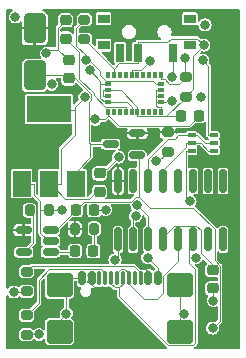
<source format=gbr>
%TF.GenerationSoftware,KiCad,Pcbnew,7.0.9-7.0.9~ubuntu22.04.1*%
%TF.CreationDate,2023-12-12T12:02:25+02:00*%
%TF.ProjectId,Haply_EE,4861706c-795f-4454-952e-6b696361645f,rev?*%
%TF.SameCoordinates,Original*%
%TF.FileFunction,Copper,L1,Top*%
%TF.FilePolarity,Positive*%
%FSLAX46Y46*%
G04 Gerber Fmt 4.6, Leading zero omitted, Abs format (unit mm)*
G04 Created by KiCad (PCBNEW 7.0.9-7.0.9~ubuntu22.04.1) date 2023-12-12 12:02:25*
%MOMM*%
%LPD*%
G01*
G04 APERTURE LIST*
G04 Aperture macros list*
%AMRoundRect*
0 Rectangle with rounded corners*
0 $1 Rounding radius*
0 $2 $3 $4 $5 $6 $7 $8 $9 X,Y pos of 4 corners*
0 Add a 4 corners polygon primitive as box body*
4,1,4,$2,$3,$4,$5,$6,$7,$8,$9,$2,$3,0*
0 Add four circle primitives for the rounded corners*
1,1,$1+$1,$2,$3*
1,1,$1+$1,$4,$5*
1,1,$1+$1,$6,$7*
1,1,$1+$1,$8,$9*
0 Add four rect primitives between the rounded corners*
20,1,$1+$1,$2,$3,$4,$5,0*
20,1,$1+$1,$4,$5,$6,$7,0*
20,1,$1+$1,$6,$7,$8,$9,0*
20,1,$1+$1,$8,$9,$2,$3,0*%
G04 Aperture macros list end*
%TA.AperFunction,SMDPad,CuDef*%
%ADD10RoundRect,0.200000X0.275000X-0.200000X0.275000X0.200000X-0.275000X0.200000X-0.275000X-0.200000X0*%
%TD*%
%TA.AperFunction,SMDPad,CuDef*%
%ADD11RoundRect,0.200000X-0.200000X-0.275000X0.200000X-0.275000X0.200000X0.275000X-0.200000X0.275000X0*%
%TD*%
%TA.AperFunction,SMDPad,CuDef*%
%ADD12RoundRect,0.225000X0.225000X0.250000X-0.225000X0.250000X-0.225000X-0.250000X0.225000X-0.250000X0*%
%TD*%
%TA.AperFunction,SMDPad,CuDef*%
%ADD13RoundRect,0.150000X-0.150000X-0.425000X0.150000X-0.425000X0.150000X0.425000X-0.150000X0.425000X0*%
%TD*%
%TA.AperFunction,SMDPad,CuDef*%
%ADD14RoundRect,0.075000X-0.075000X-0.500000X0.075000X-0.500000X0.075000X0.500000X-0.075000X0.500000X0*%
%TD*%
%TA.AperFunction,SMDPad,CuDef*%
%ADD15RoundRect,0.250000X-0.840000X-0.750000X0.840000X-0.750000X0.840000X0.750000X-0.840000X0.750000X0*%
%TD*%
%TA.AperFunction,SMDPad,CuDef*%
%ADD16RoundRect,0.218750X0.218750X0.256250X-0.218750X0.256250X-0.218750X-0.256250X0.218750X-0.256250X0*%
%TD*%
%TA.AperFunction,SMDPad,CuDef*%
%ADD17RoundRect,0.225000X0.250000X-0.225000X0.250000X0.225000X-0.250000X0.225000X-0.250000X-0.225000X0*%
%TD*%
%TA.AperFunction,SMDPad,CuDef*%
%ADD18RoundRect,0.200000X0.200000X0.275000X-0.200000X0.275000X-0.200000X-0.275000X0.200000X-0.275000X0*%
%TD*%
%TA.AperFunction,SMDPad,CuDef*%
%ADD19RoundRect,0.200000X-0.275000X0.200000X-0.275000X-0.200000X0.275000X-0.200000X0.275000X0.200000X0*%
%TD*%
%TA.AperFunction,SMDPad,CuDef*%
%ADD20R,1.500000X2.200000*%
%TD*%
%TA.AperFunction,SMDPad,CuDef*%
%ADD21R,3.800000X2.200000*%
%TD*%
%TA.AperFunction,SMDPad,CuDef*%
%ADD22RoundRect,0.225000X-0.225000X-0.250000X0.225000X-0.250000X0.225000X0.250000X-0.225000X0.250000X0*%
%TD*%
%TA.AperFunction,SMDPad,CuDef*%
%ADD23R,0.650000X0.400000*%
%TD*%
%TA.AperFunction,SMDPad,CuDef*%
%ADD24RoundRect,0.150000X0.512500X0.150000X-0.512500X0.150000X-0.512500X-0.150000X0.512500X-0.150000X0*%
%TD*%
%TA.AperFunction,SMDPad,CuDef*%
%ADD25RoundRect,0.150000X0.150000X-0.825000X0.150000X0.825000X-0.150000X0.825000X-0.150000X-0.825000X0*%
%TD*%
%TA.AperFunction,SMDPad,CuDef*%
%ADD26R,1.000000X0.800000*%
%TD*%
%TA.AperFunction,SMDPad,CuDef*%
%ADD27R,0.700000X1.500000*%
%TD*%
%TA.AperFunction,SMDPad,CuDef*%
%ADD28R,0.300000X0.500000*%
%TD*%
%TA.AperFunction,SMDPad,CuDef*%
%ADD29R,0.500000X0.300000*%
%TD*%
%TA.AperFunction,SMDPad,CuDef*%
%ADD30RoundRect,0.250000X0.650000X-1.000000X0.650000X1.000000X-0.650000X1.000000X-0.650000X-1.000000X0*%
%TD*%
%TA.AperFunction,ViaPad*%
%ADD31C,0.800000*%
%TD*%
%TA.AperFunction,Conductor*%
%ADD32C,0.100000*%
%TD*%
G04 APERTURE END LIST*
D10*
%TO.P,R6,1*%
%TO.N,GND*%
X123698000Y-122046000D03*
%TO.P,R6,2*%
%TO.N,Net-(J2-CC1)*%
X123698000Y-120396000D03*
%TD*%
D11*
%TO.P,R4,1*%
%TO.N,Net-(U3-PROG)*%
X123952000Y-111506000D03*
%TO.P,R4,2*%
%TO.N,GND*%
X125602000Y-111506000D03*
%TD*%
D12*
%TO.P,C8,1*%
%TO.N,GND*%
X138300000Y-103500000D03*
%TO.P,C8,2*%
%TO.N,/3V3*%
X136750000Y-103500000D03*
%TD*%
D13*
%TO.P,J2,A1,GND*%
%TO.N,GND*%
X128402000Y-117281000D03*
%TO.P,J2,A4,VBUS*%
%TO.N,VCC*%
X129202000Y-117281000D03*
D14*
%TO.P,J2,A5,CC1*%
%TO.N,Net-(J2-CC1)*%
X130352000Y-117281000D03*
%TO.P,J2,A6,D+*%
%TO.N,Net-(U5-UD+)*%
X131352000Y-117281000D03*
%TO.P,J2,A7,D-*%
%TO.N,Net-(U5-UD-)*%
X131852000Y-117281000D03*
%TO.P,J2,A8,SBU1*%
%TO.N,unconnected-(J2-SBU1-PadA8)*%
X132852000Y-117281000D03*
D13*
%TO.P,J2,A9,VBUS*%
%TO.N,VCC*%
X134002000Y-117281000D03*
%TO.P,J2,A12,GND*%
%TO.N,GND*%
X134802000Y-117281000D03*
%TO.P,J2,B1,GND*%
X134802000Y-117281000D03*
%TO.P,J2,B4,VBUS*%
%TO.N,VCC*%
X134002000Y-117281000D03*
D14*
%TO.P,J2,B5,CC2*%
%TO.N,Net-(J2-CC2)*%
X133352000Y-117281000D03*
%TO.P,J2,B6,D+*%
%TO.N,Net-(U5-UD+)*%
X132352000Y-117281000D03*
%TO.P,J2,B7,D-*%
%TO.N,Net-(U5-UD-)*%
X130852000Y-117281000D03*
%TO.P,J2,B8,SBU2*%
%TO.N,unconnected-(J2-SBU2-PadB8)*%
X129852000Y-117281000D03*
D13*
%TO.P,J2,B9,VBUS*%
%TO.N,VCC*%
X129202000Y-117281000D03*
%TO.P,J2,B12,GND*%
%TO.N,GND*%
X128402000Y-117281000D03*
D15*
%TO.P,J2,S1,SHIELD*%
X126492000Y-117856000D03*
X126492000Y-121786000D03*
X136712000Y-117856000D03*
X136712000Y-121786000D03*
%TD*%
D16*
%TO.P,D2,1,K*%
%TO.N,Net-(D2-K)*%
X129365000Y-114960000D03*
%TO.P,D2,2,A*%
%TO.N,Net-(D2-A)*%
X127790000Y-114960000D03*
%TD*%
D17*
%TO.P,C5,1*%
%TO.N,Net-(C5-Pad1)*%
X129900000Y-109950000D03*
%TO.P,C5,2*%
%TO.N,GND*%
X129900000Y-108400000D03*
%TD*%
D18*
%TO.P,R5,1*%
%TO.N,Net-(D2-K)*%
X129430000Y-113080000D03*
%TO.P,R5,2*%
%TO.N,VCC*%
X127780000Y-113080000D03*
%TD*%
D10*
%TO.P,R7,1*%
%TO.N,GND*%
X123698000Y-118364000D03*
%TO.P,R7,2*%
%TO.N,Net-(J2-CC2)*%
X123698000Y-116714000D03*
%TD*%
%TO.P,R2,1*%
%TO.N,/3V3*%
X128600000Y-97025000D03*
%TO.P,R2,2*%
%TO.N,/SDA*%
X128600000Y-95375000D03*
%TD*%
D19*
%TO.P,R1,1*%
%TO.N,VCC*%
X135636000Y-104902000D03*
%TO.P,R1,2*%
%TO.N,GND*%
X135636000Y-106552000D03*
%TD*%
%TO.P,R3,1*%
%TO.N,/SCL*%
X137160000Y-100267000D03*
%TO.P,R3,2*%
%TO.N,/3V3*%
X137160000Y-101917000D03*
%TD*%
D20*
%TO.P,U2,1,GND*%
%TO.N,GND*%
X123300000Y-109250000D03*
%TO.P,U2,2,VOUT*%
%TO.N,Net-(C5-Pad1)*%
X125600000Y-109250000D03*
%TO.P,U2,3,VIN*%
%TO.N,Net-(D1-K)*%
X127900000Y-109250000D03*
D21*
%TO.P,U2,4,VOUT*%
%TO.N,Net-(C5-Pad1)*%
X125600000Y-102950000D03*
%TD*%
D17*
%TO.P,C3,1*%
%TO.N,Net-(D1-K)*%
X127254000Y-100356000D03*
%TO.P,C3,2*%
%TO.N,GND*%
X127254000Y-98806000D03*
%TD*%
D22*
%TO.P,C2,1*%
%TO.N,Net-(Q1-D)*%
X127870000Y-111490000D03*
%TO.P,C2,2*%
%TO.N,GND*%
X129420000Y-111490000D03*
%TD*%
D17*
%TO.P,C1,1*%
%TO.N,GND*%
X139446000Y-118136000D03*
%TO.P,C1,2*%
%TO.N,Net-(U5-V3)*%
X139446000Y-116586000D03*
%TD*%
D23*
%TO.P,Q2,1,E1*%
%TO.N,/RTS*%
X137668000Y-105156000D03*
%TO.P,Q2,2,B1*%
%TO.N,/DTR*%
X137668000Y-105806000D03*
%TO.P,Q2,3,C2*%
%TO.N,/GPIO_0*%
X137668000Y-106456000D03*
%TO.P,Q2,4,E2*%
%TO.N,/DTR*%
X139568000Y-106456000D03*
%TO.P,Q2,5,B2*%
%TO.N,/RTS*%
X139568000Y-105806000D03*
%TO.P,Q2,6,C1*%
%TO.N,/EN*%
X139568000Y-105156000D03*
%TD*%
D24*
%TO.P,U3,1,STAT*%
%TO.N,Net-(D2-A)*%
X125730000Y-115062000D03*
%TO.P,U3,2,V_{SS}*%
%TO.N,GND*%
X125730000Y-114112000D03*
%TO.P,U3,3,V_{BAT}*%
%TO.N,Net-(Q1-D)*%
X125730000Y-113162000D03*
%TO.P,U3,4,V_{DD}*%
%TO.N,VCC*%
X123455000Y-113162000D03*
%TO.P,U3,5,PROG*%
%TO.N,Net-(U3-PROG)*%
X123455000Y-115062000D03*
%TD*%
D25*
%TO.P,U5,1,GND*%
%TO.N,GND*%
X131445000Y-113981000D03*
%TO.P,U5,2,TXD*%
%TO.N,/CH_TX*%
X132715000Y-113981000D03*
%TO.P,U5,3,RXD*%
%TO.N,/CH_RX*%
X133985000Y-113981000D03*
%TO.P,U5,4,V3*%
%TO.N,Net-(U5-V3)*%
X135255000Y-113981000D03*
%TO.P,U5,5,UD+*%
%TO.N,Net-(U5-UD+)*%
X136525000Y-113981000D03*
%TO.P,U5,6,UD-*%
%TO.N,Net-(U5-UD-)*%
X137795000Y-113981000D03*
%TO.P,U5,7,NC*%
%TO.N,unconnected-(U5-NC-Pad7)*%
X139065000Y-113981000D03*
%TO.P,U5,8,NC*%
%TO.N,unconnected-(U5-NC-Pad8)*%
X140335000Y-113981000D03*
%TO.P,U5,9,~{CTS}*%
%TO.N,unconnected-(U5-~{CTS}-Pad9)*%
X140335000Y-109031000D03*
%TO.P,U5,10,~{DSR}*%
%TO.N,unconnected-(U5-~{DSR}-Pad10)*%
X139065000Y-109031000D03*
%TO.P,U5,11,~{RI}*%
%TO.N,unconnected-(U5-~{RI}-Pad11)*%
X137795000Y-109031000D03*
%TO.P,U5,12,~{DCD}*%
%TO.N,unconnected-(U5-~{DCD}-Pad12)*%
X136525000Y-109031000D03*
%TO.P,U5,13,~{DTR}*%
%TO.N,/DTR*%
X135255000Y-109031000D03*
%TO.P,U5,14,~{RTS}*%
%TO.N,/RTS*%
X133985000Y-109031000D03*
%TO.P,U5,15,R232*%
%TO.N,unconnected-(U5-R232-Pad15)*%
X132715000Y-109031000D03*
%TO.P,U5,16,VCC*%
%TO.N,VCC*%
X131445000Y-109031000D03*
%TD*%
D26*
%TO.P,SW1,*%
%TO.N,*%
X137525000Y-97525000D03*
X137525000Y-95315000D03*
X130225000Y-97525000D03*
X130225000Y-95315000D03*
D27*
%TO.P,SW1,1*%
%TO.N,Net-(C5-Pad1)*%
X136125000Y-98175000D03*
%TO.P,SW1,2*%
%TO.N,/3V3*%
X133125000Y-98175000D03*
%TO.P,SW1,3*%
%TO.N,N/C*%
X131625000Y-98175000D03*
%TD*%
D28*
%TO.P,U1,1,PIN1*%
%TO.N,unconnected-(U1-PIN1-Pad1)*%
X130592000Y-100037500D03*
D29*
%TO.P,U1,2,GND*%
%TO.N,GND*%
X130579500Y-100850000D03*
%TO.P,U1,3,VDD*%
%TO.N,/3V3*%
X130579500Y-101350000D03*
%TO.P,U1,4,BOOT_LOAD*%
X130579500Y-101850000D03*
%TO.P,U1,5,PS1*%
%TO.N,GND*%
X130579500Y-102350000D03*
D28*
%TO.P,U1,6,PS0*%
X130592000Y-103162500D03*
%TO.P,U1,7,PIN7*%
%TO.N,unconnected-(U1-PIN7-Pad7)*%
X131092000Y-103162500D03*
%TO.P,U1,8,PIN8*%
%TO.N,unconnected-(U1-PIN8-Pad8)*%
X131592000Y-103162500D03*
%TO.P,U1,9,CAP*%
%TO.N,Net-(U1-CAP)*%
X132092000Y-103162500D03*
%TO.P,U1,10,BL_IND*%
%TO.N,GND*%
X132592000Y-103162500D03*
%TO.P,U1,11,RESET*%
%TO.N,/3V3*%
X133092000Y-103162500D03*
%TO.P,U1,12,PIN12*%
%TO.N,unconnected-(U1-PIN12-Pad12)*%
X133592000Y-103162500D03*
%TO.P,U1,13,PIN13*%
%TO.N,unconnected-(U1-PIN13-Pad13)*%
X134092000Y-103162500D03*
%TO.P,U1,14,INT*%
%TO.N,unconnected-(U1-INT-Pad14)*%
X134592000Y-103162500D03*
%TO.P,U1,15,PIN15*%
%TO.N,GND*%
X135092000Y-103162500D03*
D29*
%TO.P,U1,16,PIN16*%
X135104500Y-102350000D03*
%TO.P,U1,17,COM3*%
X135104500Y-101850000D03*
%TO.P,U1,18,COM2*%
X135104500Y-101350000D03*
%TO.P,U1,19,COM1*%
%TO.N,/SDA*%
X135104500Y-100850000D03*
D28*
%TO.P,U1,20,COM0*%
%TO.N,/SCL*%
X135092000Y-100037500D03*
%TO.P,U1,21,PIN21*%
%TO.N,unconnected-(U1-PIN21-Pad21)*%
X134592000Y-100037500D03*
%TO.P,U1,22,PIN22*%
%TO.N,unconnected-(U1-PIN22-Pad22)*%
X134092000Y-100037500D03*
%TO.P,U1,23,PIN23*%
%TO.N,unconnected-(U1-PIN23-Pad23)*%
X133592000Y-100037500D03*
%TO.P,U1,24,PIN24*%
%TO.N,unconnected-(U1-PIN24-Pad24)*%
X133092000Y-100037500D03*
%TO.P,U1,25,GNDIO*%
%TO.N,GND*%
X132592000Y-100037500D03*
%TO.P,U1,26,XOUT32*%
%TO.N,unconnected-(U1-XOUT32-Pad26)*%
X132092000Y-100037500D03*
%TO.P,U1,27,XIN32*%
%TO.N,unconnected-(U1-XIN32-Pad27)*%
X131592000Y-100037500D03*
%TO.P,U1,28,VDDIO*%
%TO.N,/3V3*%
X131092000Y-100037500D03*
%TD*%
D17*
%TO.P,C4,1*%
%TO.N,Net-(U1-CAP)*%
X127000000Y-96975000D03*
%TO.P,C4,2*%
%TO.N,GND*%
X127000000Y-95425000D03*
%TD*%
D30*
%TO.P,D1,1,K*%
%TO.N,Net-(D1-K)*%
X124380000Y-100097500D03*
%TO.P,D1,2,A*%
%TO.N,VCC*%
X124380000Y-96097500D03*
%TD*%
D24*
%TO.P,Q1,1,D*%
%TO.N,Net-(Q1-D)*%
X133085000Y-106868000D03*
%TO.P,Q1,2,G*%
%TO.N,VCC*%
X133085000Y-104968000D03*
%TO.P,Q1,3,S*%
%TO.N,Net-(D1-K)*%
X130810000Y-105918000D03*
%TD*%
D31*
%TO.N,/SCL*%
X137108600Y-98614200D03*
%TO.N,GND*%
X138060000Y-115534500D03*
X131195200Y-115711400D03*
X130400800Y-111462900D03*
X134687700Y-107328600D03*
X138805700Y-95822100D03*
X126688400Y-111451000D03*
X122744500Y-95145000D03*
X131500000Y-107000000D03*
X134145700Y-98902900D03*
X129104100Y-99677200D03*
X122616100Y-118423000D03*
X129522400Y-103801300D03*
X136042100Y-102250000D03*
X139512200Y-119159000D03*
X133952500Y-115534500D03*
X127058400Y-120258100D03*
X125380200Y-98234900D03*
X137061600Y-120258100D03*
X124741800Y-122018400D03*
%TO.N,VCC*%
X130000000Y-107000000D03*
X129000000Y-119500000D03*
%TO.N,/3V3*%
X138500000Y-101900000D03*
X138712500Y-97534200D03*
%TO.N,/EN*%
X138630000Y-98804200D03*
%TO.N,/GPIO_0*%
X137539500Y-110753800D03*
%TO.N,/CH_TX*%
X125834500Y-100836800D03*
X132948900Y-111988800D03*
%TO.N,/CH_RX*%
X133042000Y-111086800D03*
%TO.N,/SDA*%
X128694300Y-98792500D03*
%TO.N,Net-(Q1-D)*%
X139448400Y-121485600D03*
%TO.N,Net-(C5-Pad1)*%
X128635500Y-101936800D03*
X136042100Y-100242800D03*
%TD*%
D32*
%TO.N,Net-(D1-K)*%
X128970500Y-105773800D02*
X128970500Y-102382300D01*
X129187400Y-102165400D02*
X129187400Y-101708200D01*
X129114700Y-105918000D02*
X128970500Y-105773800D01*
X127835200Y-100356000D02*
X127254000Y-100356000D01*
X128030000Y-109322000D02*
X128030000Y-108070100D01*
X129187400Y-101708200D02*
X127835200Y-100356000D01*
X126995500Y-100097500D02*
X124380000Y-100097500D01*
X127254000Y-100356000D02*
X126995500Y-100097500D01*
X129114700Y-105918000D02*
X130810000Y-105918000D01*
X128030000Y-108070100D02*
X129114700Y-106985400D01*
X129114700Y-106985400D02*
X129114700Y-105918000D01*
X128970500Y-102382300D02*
X129187400Y-102165400D01*
%TO.N,/SCL*%
X135092000Y-100439400D02*
X135389600Y-100439400D01*
X137108600Y-100215600D02*
X137160000Y-100267000D01*
X136610500Y-100816500D02*
X137160000Y-100267000D01*
X135766700Y-100816500D02*
X136610500Y-100816500D01*
X135092000Y-100037500D02*
X135092000Y-100439400D01*
X135389600Y-100439400D02*
X135766700Y-100816500D01*
X137108600Y-98614200D02*
X137108600Y-100215600D01*
%TO.N,GND*%
X129960200Y-100850000D02*
X129960200Y-101971600D01*
X122616100Y-118423000D02*
X123639000Y-118423000D01*
X135092000Y-102760600D02*
X134811300Y-102760600D01*
X125730000Y-114112000D02*
X125578200Y-114112000D01*
X134859400Y-107328600D02*
X135636000Y-106552000D01*
X130579500Y-100850000D02*
X130177600Y-100850000D01*
X137448000Y-104352000D02*
X131531500Y-104352000D01*
X130592000Y-103412500D02*
X130592000Y-103162500D01*
X129960200Y-101971600D02*
X130338600Y-102350000D01*
X134702600Y-102350000D02*
X134702600Y-101850000D01*
X139446000Y-119092800D02*
X139446000Y-118136000D01*
X126492000Y-117856000D02*
X127067000Y-117281000D01*
X130000000Y-108000000D02*
X130500000Y-108000000D01*
X130400800Y-111462900D02*
X129447100Y-111462900D01*
X127058400Y-118422400D02*
X126492000Y-117856000D01*
X132181400Y-102350000D02*
X132592000Y-102760600D01*
X130579500Y-102350000D02*
X130981400Y-102350000D01*
X127058400Y-120258100D02*
X127058400Y-118422400D01*
X127067000Y-117281000D02*
X128402000Y-117281000D01*
X123430000Y-109322000D02*
X124331900Y-109322000D01*
X131445000Y-115461600D02*
X131195200Y-115711400D01*
X135092000Y-103162500D02*
X135092000Y-102760600D01*
X129522400Y-103801300D02*
X130355100Y-103801300D01*
X124873200Y-110765200D02*
X124331900Y-110223900D01*
X133952500Y-115534500D02*
X134802000Y-116384000D01*
X126492000Y-121786000D02*
X126492000Y-120824500D01*
X130981400Y-102350000D02*
X132181400Y-102350000D01*
X132592000Y-103162500D02*
X132592000Y-102760600D01*
X134145700Y-98902900D02*
X133413000Y-99635600D01*
X126688400Y-111451000D02*
X125657000Y-111451000D01*
X131445000Y-113981000D02*
X131445000Y-115461600D01*
X136712000Y-120606100D02*
X136712000Y-121786000D01*
X126492000Y-120824500D02*
X127058400Y-120258100D01*
X130355100Y-103801300D02*
X130592000Y-103564400D01*
X129960200Y-100850000D02*
X130177600Y-100850000D01*
X125578200Y-114112000D02*
X124873200Y-113407000D01*
X137060000Y-120258100D02*
X136712000Y-119910100D01*
X123639000Y-118423000D02*
X123698000Y-118364000D01*
X129960200Y-100533300D02*
X129104100Y-99677200D01*
X136042100Y-102250000D02*
X135606400Y-102250000D01*
X125692600Y-97922500D02*
X126370500Y-97922500D01*
X129960200Y-100850000D02*
X129960200Y-100533300D01*
X126370500Y-97922500D02*
X126370500Y-96054500D01*
X130592000Y-103162500D02*
X130592000Y-103564400D01*
X123725600Y-122018400D02*
X123698000Y-122046000D01*
X124331900Y-110223900D02*
X124331900Y-109322000D01*
X134802000Y-116384000D02*
X134802000Y-117281000D01*
X134702600Y-102651900D02*
X134702600Y-102350000D01*
X125602000Y-111506000D02*
X124873200Y-111506000D01*
X126370500Y-97922500D02*
X127254000Y-98806000D01*
X130338600Y-102350000D02*
X130579500Y-102350000D01*
X137060000Y-120258100D02*
X136712000Y-120606100D01*
X126370500Y-96054500D02*
X127000000Y-95425000D01*
X134687700Y-107328600D02*
X134859400Y-107328600D01*
X136712000Y-119910100D02*
X136712000Y-117856000D01*
X131531500Y-104352000D02*
X130592000Y-103412500D01*
X135104500Y-101850000D02*
X134702600Y-101850000D01*
X139512200Y-119159000D02*
X139446000Y-119092800D01*
X125657000Y-111451000D02*
X125602000Y-111506000D01*
X135104500Y-102350000D02*
X135506400Y-102350000D01*
X125380200Y-98234900D02*
X125692600Y-97922500D01*
X124873200Y-111506000D02*
X124873200Y-110765200D01*
X132592000Y-100037500D02*
X132592000Y-99635600D01*
X130500000Y-108000000D02*
X131500000Y-107000000D01*
X134811300Y-102760600D02*
X134702600Y-102651900D01*
X124741800Y-122018400D02*
X123725600Y-122018400D01*
X134702600Y-101850000D02*
X134702600Y-101350000D01*
X135104500Y-101350000D02*
X134702600Y-101350000D01*
X135606400Y-102250000D02*
X135506400Y-102350000D01*
X135104500Y-102350000D02*
X134702600Y-102350000D01*
X138300000Y-103500000D02*
X137448000Y-104352000D01*
X129447100Y-111462900D02*
X129420000Y-111490000D01*
X124873200Y-113407000D02*
X124873200Y-111506000D01*
X133413000Y-99635600D02*
X132592000Y-99635600D01*
X137060000Y-120258100D02*
X137061600Y-120258100D01*
%TO.N,VCC*%
X130000000Y-119300000D02*
X130000000Y-119400000D01*
X129202000Y-117856000D02*
X130000000Y-118654000D01*
X130000000Y-118654000D02*
X130000000Y-119300000D01*
X134002000Y-116702000D02*
X133650000Y-116350000D01*
X130000000Y-119300000D02*
X129800000Y-119500000D01*
X129202000Y-117281000D02*
X129202000Y-117856000D01*
X129800000Y-119500000D02*
X129000000Y-119500000D01*
X134002000Y-117281000D02*
X134002000Y-116702000D01*
%TO.N,/3V3*%
X138146100Y-96973100D02*
X135931600Y-96973100D01*
X131532100Y-99076900D02*
X131092000Y-99517000D01*
X133092000Y-103564400D02*
X135100000Y-103564400D01*
X130579500Y-101350000D02*
X130177600Y-101350000D01*
X136750000Y-103500000D02*
X136685600Y-103564400D01*
X133092000Y-103162500D02*
X133092000Y-102760600D01*
X135931600Y-96973100D02*
X135631600Y-97273100D01*
X133092000Y-103162500D02*
X133092000Y-103564400D01*
X135512600Y-103564400D02*
X137160000Y-101917000D01*
X137792200Y-98454500D02*
X138548400Y-97698300D01*
X138548400Y-97534200D02*
X138712500Y-97534200D01*
X131092000Y-99517000D02*
X128600000Y-97025000D01*
X133125000Y-97724000D02*
X133125000Y-97273100D01*
X133125000Y-99076900D02*
X131532100Y-99076900D01*
X136685600Y-103564400D02*
X135100000Y-103564400D01*
X133125000Y-97724000D02*
X133125000Y-98175000D01*
X138548400Y-97698300D02*
X138548400Y-97534200D01*
X137160000Y-101917000D02*
X137792200Y-101284800D01*
X131092000Y-99686500D02*
X131092000Y-99517000D01*
X130579500Y-101350000D02*
X130981400Y-101350000D01*
X130177600Y-101850000D02*
X130177600Y-101350000D01*
X137792200Y-101284800D02*
X137792200Y-98454500D01*
X133092000Y-102760600D02*
X131681400Y-101350000D01*
X130579500Y-101850000D02*
X130177600Y-101850000D01*
X135631600Y-97273100D02*
X133125000Y-97273100D01*
X131681400Y-101350000D02*
X130981400Y-101350000D01*
X138548400Y-97375400D02*
X138146100Y-96973100D01*
X133125000Y-98175000D02*
X133125000Y-99076900D01*
X135100000Y-103564400D02*
X135512600Y-103564400D01*
X138548400Y-97534200D02*
X138548400Y-97375400D01*
X131092000Y-100037500D02*
X131092000Y-99686500D01*
%TO.N,/EN*%
X139091100Y-105156000D02*
X139091100Y-99265300D01*
X139568000Y-105156000D02*
X139091100Y-105156000D01*
X139091100Y-99265300D02*
X138630000Y-98804200D01*
%TO.N,/GPIO_0*%
X137668000Y-106456000D02*
X137191100Y-106456000D01*
X137191100Y-110405400D02*
X137539500Y-110753800D01*
X137191100Y-106456000D02*
X137191100Y-110405400D01*
%TO.N,/CH_TX*%
X132715000Y-113981000D02*
X132715000Y-112222700D01*
X132715000Y-112222700D02*
X132948900Y-111988800D01*
%TO.N,/CH_RX*%
X133985000Y-113981000D02*
X133985000Y-112029800D01*
X133985000Y-112029800D02*
X133042000Y-111086800D01*
%TO.N,/RTS*%
X139568000Y-105806000D02*
X138794900Y-105806000D01*
X138794900Y-105806000D02*
X138144900Y-105156000D01*
X137668000Y-105156000D02*
X138144900Y-105156000D01*
X133985000Y-107182400D02*
X135711800Y-105455600D01*
X136561800Y-105156000D02*
X137668000Y-105156000D01*
X136262200Y-105455600D02*
X136561800Y-105156000D01*
X133985000Y-109031000D02*
X133985000Y-107182400D01*
X135711800Y-105455600D02*
X136262200Y-105455600D01*
%TO.N,/DTR*%
X137668000Y-105806000D02*
X137191100Y-105806000D01*
X138441100Y-105806000D02*
X137668000Y-105806000D01*
X137191100Y-106161400D02*
X137191100Y-105806000D01*
X135255000Y-108097500D02*
X137191100Y-106161400D01*
X139568000Y-106456000D02*
X139091100Y-106456000D01*
X139091100Y-106456000D02*
X138441100Y-105806000D01*
X135255000Y-109031000D02*
X135255000Y-108097500D01*
%TO.N,/SDA*%
X135104500Y-100850000D02*
X134702600Y-100850000D01*
X130433900Y-100548100D02*
X129914700Y-100028900D01*
X127921600Y-96053400D02*
X128600000Y-95375000D01*
X128694300Y-98792500D02*
X128694300Y-98338700D01*
X129914700Y-100028900D02*
X129914700Y-99679900D01*
X129914700Y-99679900D02*
X129027300Y-98792500D01*
X128694300Y-98338700D02*
X127921600Y-97566000D01*
X134400700Y-100548100D02*
X130433900Y-100548100D01*
X129027300Y-98792500D02*
X128694300Y-98792500D01*
X134702600Y-100850000D02*
X134400700Y-100548100D01*
X127921600Y-97566000D02*
X127921600Y-96053400D01*
%TO.N,Net-(U3-PROG)*%
X124272200Y-111826200D02*
X123952000Y-111506000D01*
X123455000Y-115062000D02*
X124272200Y-114244800D01*
X124272200Y-114244800D02*
X124272200Y-111826200D01*
%TO.N,Net-(D2-K)*%
X129430000Y-114895000D02*
X129430000Y-113080000D01*
X129365000Y-114960000D02*
X129430000Y-114895000D01*
%TO.N,Net-(U1-CAP)*%
X129389300Y-101624600D02*
X128142400Y-100377700D01*
X128142400Y-98117400D02*
X127000000Y-96975000D01*
X132092000Y-102760600D02*
X130364700Y-102760600D01*
X129389300Y-101785200D02*
X129389300Y-101624600D01*
X132092000Y-103162500D02*
X132092000Y-102760600D01*
X128142400Y-100377700D02*
X128142400Y-98117400D01*
X130364700Y-102760600D02*
X129389300Y-101785200D01*
%TO.N,Net-(D2-A)*%
X127688000Y-115062000D02*
X127790000Y-114960000D01*
X125730000Y-115062000D02*
X127688000Y-115062000D01*
%TO.N,Net-(U5-V3)*%
X138430000Y-115124000D02*
X138430000Y-113208500D01*
X136182600Y-112849900D02*
X135255000Y-113777500D01*
X138071400Y-112849900D02*
X136182600Y-112849900D01*
X139446000Y-116140000D02*
X138430000Y-115124000D01*
X139446000Y-116586000D02*
X139446000Y-116140000D01*
X138430000Y-113208500D02*
X138071400Y-112849900D01*
X135255000Y-113777500D02*
X135255000Y-113981000D01*
%TO.N,Net-(Q1-D)*%
X126198000Y-113162000D02*
X127870000Y-111490000D01*
X133217500Y-110383300D02*
X132965100Y-110383300D01*
X133085000Y-106868000D02*
X133217500Y-107000500D01*
X132560700Y-110787700D02*
X128572300Y-110787700D01*
X137807000Y-111305700D02*
X139629100Y-113127800D01*
X132965100Y-110383300D02*
X132560700Y-110787700D01*
X140073800Y-116204600D02*
X140073800Y-120860200D01*
X140073800Y-120860200D02*
X139448400Y-121485600D01*
X125730000Y-113162000D02*
X126198000Y-113162000D01*
X133217500Y-110383300D02*
X134139900Y-111305700D01*
X139629100Y-115759900D02*
X140073800Y-116204600D01*
X134139900Y-111305700D02*
X137807000Y-111305700D01*
X139629100Y-113127800D02*
X139629100Y-115759900D01*
X128572300Y-110787700D02*
X127870000Y-111490000D01*
X133217500Y-107000500D02*
X133217500Y-110383300D01*
%TO.N,Net-(C5-Pad1)*%
X126980000Y-110572000D02*
X125730000Y-109322000D01*
X128635500Y-101936800D02*
X127781900Y-102790400D01*
X125730000Y-103022000D02*
X127781900Y-103022000D01*
X130000000Y-109550000D02*
X128978000Y-110572000D01*
X128978000Y-110572000D02*
X126980000Y-110572000D01*
X125730000Y-109322000D02*
X126631900Y-109322000D01*
X127781900Y-103022000D02*
X127781900Y-105146000D01*
X136125000Y-100159900D02*
X136042100Y-100242800D01*
X127781900Y-102790400D02*
X127781900Y-103022000D01*
X127781900Y-105146000D02*
X126631900Y-106296000D01*
X126631900Y-106296000D02*
X126631900Y-109322000D01*
X136125000Y-98175000D02*
X136125000Y-100159900D01*
%TO.N,Net-(J2-CC1)*%
X124756100Y-119337900D02*
X124756100Y-117385500D01*
X125634000Y-116507600D02*
X130032300Y-116507600D01*
X123698000Y-120396000D02*
X124756100Y-119337900D01*
X130352000Y-116827300D02*
X130352000Y-117281000D01*
X124756100Y-117385500D02*
X125634000Y-116507600D01*
X130032300Y-116507600D02*
X130352000Y-116827300D01*
%TO.N,Net-(J2-CC2)*%
X133352000Y-117281000D02*
X133352000Y-116834000D01*
X132781400Y-116263400D02*
X124148600Y-116263400D01*
X133352000Y-116834000D02*
X132781400Y-116263400D01*
X124148600Y-116263400D02*
X123698000Y-116714000D01*
%TO.N,Net-(U5-UD+)*%
X136525000Y-113981000D02*
X136525000Y-115834300D01*
X133624400Y-119014300D02*
X132352000Y-117741900D01*
X131734800Y-116482000D02*
X131971200Y-116482000D01*
X131352000Y-116864800D02*
X131734800Y-116482000D01*
X131971200Y-116482000D02*
X132352000Y-116862800D01*
X132352000Y-117741900D02*
X132352000Y-117281000D01*
X135291000Y-117068300D02*
X135291000Y-118488600D01*
X134765300Y-119014300D02*
X133624400Y-119014300D01*
X136525000Y-115834300D02*
X135291000Y-117068300D01*
X131352000Y-117281000D02*
X131352000Y-116864800D01*
X135291000Y-118488600D02*
X134765300Y-119014300D01*
X132352000Y-116862800D02*
X132352000Y-117281000D01*
%TO.N,Net-(U5-UD-)*%
X131552400Y-118039200D02*
X131852000Y-117739600D01*
X131159100Y-118039200D02*
X131552400Y-118039200D01*
X137990800Y-116517700D02*
X137990800Y-122725600D01*
X137776900Y-122939500D02*
X135690600Y-122939500D01*
X137990800Y-122725600D02*
X137776900Y-122939500D01*
X130852000Y-117732100D02*
X131159100Y-118039200D01*
X137442700Y-115969600D02*
X137990800Y-116517700D01*
X131852000Y-117739600D02*
X131852000Y-117281000D01*
X137795000Y-113981000D02*
X137442700Y-114333300D01*
X137442700Y-114333300D02*
X137442700Y-115969600D01*
X135690600Y-122939500D02*
X131552400Y-118801300D01*
X131552400Y-118801300D02*
X131552400Y-118039200D01*
X130852000Y-117281000D02*
X130852000Y-117732100D01*
%TD*%
%TA.AperFunction,Conductor*%
%TO.N,VCC*%
G36*
X122537479Y-94517813D02*
G01*
X122562789Y-94561650D01*
X122553999Y-94611500D01*
X122518231Y-94642867D01*
X122466876Y-94664138D01*
X122351879Y-94752379D01*
X122263638Y-94867376D01*
X122208169Y-95001291D01*
X122189250Y-95145000D01*
X122208169Y-95288708D01*
X122229928Y-95341239D01*
X122263639Y-95422625D01*
X122351879Y-95537621D01*
X122466875Y-95625861D01*
X122600791Y-95681330D01*
X122744500Y-95700250D01*
X122888209Y-95681330D01*
X123022125Y-95625861D01*
X123137121Y-95537621D01*
X123147294Y-95524362D01*
X123189983Y-95497167D01*
X123240169Y-95503774D01*
X123274367Y-95541094D01*
X123280000Y-95569413D01*
X123280000Y-95997500D01*
X125479999Y-95997500D01*
X125479999Y-95043306D01*
X125479998Y-95043294D01*
X125477149Y-95012897D01*
X125477147Y-95012888D01*
X125432347Y-94884856D01*
X125351792Y-94775708D01*
X125351791Y-94775707D01*
X125242643Y-94695152D01*
X125242644Y-94695152D01*
X125114614Y-94650353D01*
X125114606Y-94650351D01*
X125091417Y-94648177D01*
X125045675Y-94626498D01*
X125024569Y-94580489D01*
X125037975Y-94531678D01*
X125079620Y-94502903D01*
X125098326Y-94500500D01*
X141675500Y-94500500D01*
X141723066Y-94517813D01*
X141748376Y-94561650D01*
X141749500Y-94574500D01*
X141749500Y-123175500D01*
X141732187Y-123223066D01*
X141688350Y-123248376D01*
X141675500Y-123249500D01*
X137921229Y-123249500D01*
X137873663Y-123232187D01*
X137848353Y-123188350D01*
X137857143Y-123138500D01*
X137875088Y-123117647D01*
X137879901Y-123113808D01*
X137891488Y-123104567D01*
X137894860Y-123102174D01*
X137902701Y-123097248D01*
X137909247Y-123090701D01*
X137912324Y-123087950D01*
X137937688Y-123067724D01*
X137939327Y-123065668D01*
X137951651Y-123048296D01*
X138099598Y-122900350D01*
X138116962Y-122888031D01*
X138119018Y-122886390D01*
X138119024Y-122886388D01*
X138139239Y-122861038D01*
X138142005Y-122857944D01*
X138148548Y-122851402D01*
X138153472Y-122843562D01*
X138155875Y-122840177D01*
X138176089Y-122814832D01*
X138176088Y-122814832D01*
X138176090Y-122814831D01*
X138176090Y-122814828D01*
X138177240Y-122812441D01*
X138184040Y-122796025D01*
X138184914Y-122793527D01*
X138184914Y-122793525D01*
X138184915Y-122793524D01*
X138188545Y-122761297D01*
X138189235Y-122757233D01*
X138191300Y-122748190D01*
X138191300Y-122738933D01*
X138191533Y-122734788D01*
X138192875Y-122722864D01*
X138195162Y-122702574D01*
X138195160Y-122702568D01*
X138194868Y-122699972D01*
X138191300Y-122678964D01*
X138191300Y-116564335D01*
X138194865Y-116543357D01*
X138195160Y-116540731D01*
X138195162Y-116540726D01*
X138193078Y-116522230D01*
X138191533Y-116508510D01*
X138191300Y-116504365D01*
X138191300Y-116495112D01*
X138191300Y-116495110D01*
X138189235Y-116486066D01*
X138188545Y-116482004D01*
X138184915Y-116449776D01*
X138184914Y-116449774D01*
X138184914Y-116449773D01*
X138184046Y-116447292D01*
X138177233Y-116430843D01*
X138176090Y-116428471D01*
X138176090Y-116428469D01*
X138155865Y-116403110D01*
X138153472Y-116399737D01*
X138148548Y-116391898D01*
X138141994Y-116385344D01*
X138139236Y-116382257D01*
X138131652Y-116372747D01*
X138119024Y-116356912D01*
X138119021Y-116356910D01*
X138116967Y-116355271D01*
X138099597Y-116342947D01*
X137968162Y-116211512D01*
X137946770Y-116165636D01*
X137959871Y-116116741D01*
X138001335Y-116087707D01*
X138030143Y-116085819D01*
X138060000Y-116089750D01*
X138203709Y-116070830D01*
X138337625Y-116015361D01*
X138452621Y-115927121D01*
X138540861Y-115812125D01*
X138584506Y-115706752D01*
X138618702Y-115669435D01*
X138668888Y-115662827D01*
X138705198Y-115682747D01*
X138971881Y-115949430D01*
X138993273Y-115995306D01*
X138980172Y-116044201D01*
X138971881Y-116054082D01*
X138886173Y-116139789D01*
X138831134Y-116252373D01*
X138831134Y-116252374D01*
X138820500Y-116325359D01*
X138820500Y-116846640D01*
X138831134Y-116919625D01*
X138831134Y-116919626D01*
X138886173Y-117032210D01*
X138886174Y-117032211D01*
X138974789Y-117120826D01*
X139087375Y-117175866D01*
X139160364Y-117186500D01*
X139160370Y-117186500D01*
X139731630Y-117186500D01*
X139731636Y-117186500D01*
X139788633Y-117178195D01*
X139838196Y-117188469D01*
X139869561Y-117228198D01*
X139873300Y-117251422D01*
X139873300Y-117470577D01*
X139855987Y-117518143D01*
X139812150Y-117543453D01*
X139788632Y-117543803D01*
X139775558Y-117541899D01*
X139731641Y-117535500D01*
X139731636Y-117535500D01*
X139160364Y-117535500D01*
X139160359Y-117535500D01*
X139087374Y-117546134D01*
X139087373Y-117546134D01*
X138974789Y-117601173D01*
X138886173Y-117689789D01*
X138831134Y-117802373D01*
X138831134Y-117802374D01*
X138820500Y-117875359D01*
X138820500Y-118396640D01*
X138831134Y-118469625D01*
X138831134Y-118469626D01*
X138886173Y-118582210D01*
X138886174Y-118582211D01*
X138974789Y-118670826D01*
X139052107Y-118708624D01*
X139087237Y-118745068D01*
X139090722Y-118795567D01*
X139078316Y-118820153D01*
X139031338Y-118881376D01*
X138975869Y-119015291D01*
X138956950Y-119159000D01*
X138975869Y-119302708D01*
X139027407Y-119427132D01*
X139031339Y-119436625D01*
X139119579Y-119551621D01*
X139234575Y-119639861D01*
X139368491Y-119695330D01*
X139512200Y-119714250D01*
X139655909Y-119695330D01*
X139770984Y-119647664D01*
X139821552Y-119645457D01*
X139861711Y-119676272D01*
X139873300Y-119716032D01*
X139873300Y-120746498D01*
X139855987Y-120794064D01*
X139851626Y-120798824D01*
X139704196Y-120946253D01*
X139658319Y-120967645D01*
X139623552Y-120962294D01*
X139592108Y-120949269D01*
X139448400Y-120930350D01*
X139304691Y-120949269D01*
X139170776Y-121004738D01*
X139055779Y-121092979D01*
X138967538Y-121207976D01*
X138912069Y-121341891D01*
X138893150Y-121485600D01*
X138912069Y-121629308D01*
X138913221Y-121632089D01*
X138967539Y-121763225D01*
X139055779Y-121878221D01*
X139170775Y-121966461D01*
X139304691Y-122021930D01*
X139448400Y-122040850D01*
X139592109Y-122021930D01*
X139726025Y-121966461D01*
X139841021Y-121878221D01*
X139929261Y-121763225D01*
X139984730Y-121629309D01*
X140003650Y-121485600D01*
X139984730Y-121341891D01*
X139971705Y-121310446D01*
X139969497Y-121259875D01*
X139987744Y-121229803D01*
X140182596Y-121034951D01*
X140199968Y-121022627D01*
X140202024Y-121020988D01*
X140222250Y-120995624D01*
X140225001Y-120992547D01*
X140231548Y-120986001D01*
X140236474Y-120978160D01*
X140238867Y-120974788D01*
X140259090Y-120949431D01*
X140259090Y-120949428D01*
X140260233Y-120947055D01*
X140267039Y-120930626D01*
X140267912Y-120928129D01*
X140267916Y-120928124D01*
X140271547Y-120895886D01*
X140272238Y-120891820D01*
X140274300Y-120882790D01*
X140274300Y-120873535D01*
X140274533Y-120869390D01*
X140275690Y-120859112D01*
X140278162Y-120837174D01*
X140278160Y-120837168D01*
X140277868Y-120834572D01*
X140274300Y-120813564D01*
X140274300Y-116251239D01*
X140277868Y-116230234D01*
X140278161Y-116227630D01*
X140278163Y-116227626D01*
X140275960Y-116208079D01*
X140274533Y-116195401D01*
X140274300Y-116191256D01*
X140274300Y-116182011D01*
X140272241Y-116172990D01*
X140271546Y-116168897D01*
X140270773Y-116162034D01*
X140267916Y-116136676D01*
X140267914Y-116136673D01*
X140267054Y-116134215D01*
X140260234Y-116117746D01*
X140259090Y-116115371D01*
X140259090Y-116115369D01*
X140259088Y-116115366D01*
X140238872Y-116090015D01*
X140236475Y-116086639D01*
X140231549Y-116078799D01*
X140225002Y-116072252D01*
X140222235Y-116069156D01*
X140219256Y-116065421D01*
X140202024Y-116043812D01*
X140202023Y-116043811D01*
X140199967Y-116042171D01*
X140182597Y-116029847D01*
X139851274Y-115698524D01*
X139829882Y-115652648D01*
X139829600Y-115646198D01*
X139829600Y-115054223D01*
X139846913Y-115006657D01*
X139890750Y-114981347D01*
X139940600Y-114990137D01*
X139955926Y-115001897D01*
X140012235Y-115058206D01*
X140115009Y-115103585D01*
X140140135Y-115106500D01*
X140529864Y-115106499D01*
X140554991Y-115103585D01*
X140657765Y-115058206D01*
X140737206Y-114978765D01*
X140782585Y-114875991D01*
X140785500Y-114850865D01*
X140785499Y-113111136D01*
X140782585Y-113086009D01*
X140737206Y-112983235D01*
X140657765Y-112903794D01*
X140554991Y-112858415D01*
X140554990Y-112858414D01*
X140554988Y-112858414D01*
X140533659Y-112855940D01*
X140529865Y-112855500D01*
X140529864Y-112855500D01*
X140140136Y-112855500D01*
X140115013Y-112858414D01*
X140115007Y-112858415D01*
X140012234Y-112903794D01*
X139932793Y-112983235D01*
X139924232Y-113002624D01*
X139889181Y-113039144D01*
X139838856Y-113044589D01*
X139798687Y-113018876D01*
X139794174Y-113013219D01*
X139791773Y-113009835D01*
X139786849Y-113001999D01*
X139780302Y-112995452D01*
X139777535Y-112992356D01*
X139770261Y-112983235D01*
X139757324Y-112967012D01*
X139755265Y-112965371D01*
X139737895Y-112953046D01*
X137981753Y-111196904D01*
X137967406Y-111176683D01*
X137964603Y-111170862D01*
X137959565Y-111120494D01*
X137972565Y-111093712D01*
X138020361Y-111031425D01*
X138075830Y-110897509D01*
X138094750Y-110753800D01*
X138075830Y-110610091D01*
X138020361Y-110476175D01*
X137932121Y-110361179D01*
X137838324Y-110289205D01*
X137811128Y-110246515D01*
X137817735Y-110196329D01*
X137855056Y-110162132D01*
X137883372Y-110156499D01*
X137989864Y-110156499D01*
X138014991Y-110153585D01*
X138117765Y-110108206D01*
X138197206Y-110028765D01*
X138242585Y-109925991D01*
X138245500Y-109900865D01*
X138245500Y-109900863D01*
X138614500Y-109900863D01*
X138617414Y-109925986D01*
X138617415Y-109925992D01*
X138652892Y-110006339D01*
X138662794Y-110028765D01*
X138742235Y-110108206D01*
X138845009Y-110153585D01*
X138870135Y-110156500D01*
X139259864Y-110156499D01*
X139284991Y-110153585D01*
X139387765Y-110108206D01*
X139467206Y-110028765D01*
X139512585Y-109925991D01*
X139515500Y-109900865D01*
X139515500Y-109900863D01*
X139884500Y-109900863D01*
X139887414Y-109925986D01*
X139887415Y-109925992D01*
X139922892Y-110006339D01*
X139932794Y-110028765D01*
X140012235Y-110108206D01*
X140115009Y-110153585D01*
X140140135Y-110156500D01*
X140529864Y-110156499D01*
X140554991Y-110153585D01*
X140657765Y-110108206D01*
X140737206Y-110028765D01*
X140782585Y-109925991D01*
X140785500Y-109900865D01*
X140785499Y-108161136D01*
X140782585Y-108136009D01*
X140737206Y-108033235D01*
X140657765Y-107953794D01*
X140554991Y-107908415D01*
X140554990Y-107908414D01*
X140554988Y-107908414D01*
X140533659Y-107905940D01*
X140529865Y-107905500D01*
X140529864Y-107905500D01*
X140140136Y-107905500D01*
X140115013Y-107908414D01*
X140115007Y-107908415D01*
X140012234Y-107953794D01*
X139932794Y-108033234D01*
X139887414Y-108136011D01*
X139884500Y-108161135D01*
X139884500Y-109900863D01*
X139515500Y-109900863D01*
X139515499Y-108161136D01*
X139512585Y-108136009D01*
X139467206Y-108033235D01*
X139387765Y-107953794D01*
X139284991Y-107908415D01*
X139284990Y-107908414D01*
X139284988Y-107908414D01*
X139263659Y-107905940D01*
X139259865Y-107905500D01*
X139259864Y-107905500D01*
X138870136Y-107905500D01*
X138845013Y-107908414D01*
X138845007Y-107908415D01*
X138742234Y-107953794D01*
X138662794Y-108033234D01*
X138617414Y-108136011D01*
X138614500Y-108161135D01*
X138614500Y-109900863D01*
X138245500Y-109900863D01*
X138245499Y-108161136D01*
X138242585Y-108136009D01*
X138197206Y-108033235D01*
X138117765Y-107953794D01*
X138014991Y-107908415D01*
X138014990Y-107908414D01*
X138014988Y-107908414D01*
X137993659Y-107905940D01*
X137989865Y-107905500D01*
X137989864Y-107905500D01*
X137600136Y-107905500D01*
X137575013Y-107908414D01*
X137575007Y-107908415D01*
X137495490Y-107943526D01*
X137444984Y-107946901D01*
X137404124Y-107917022D01*
X137391600Y-107875831D01*
X137391600Y-106880500D01*
X137408913Y-106832934D01*
X137452750Y-106807624D01*
X137465600Y-106806500D01*
X138007819Y-106806500D01*
X138007820Y-106806500D01*
X138051722Y-106797767D01*
X138101504Y-106764504D01*
X138134767Y-106714722D01*
X138143500Y-106670820D01*
X138143500Y-106241180D01*
X138134767Y-106197278D01*
X138117951Y-106172112D01*
X138105920Y-106122945D01*
X138117952Y-106089887D01*
X138125661Y-106078350D01*
X138134767Y-106064722D01*
X138134767Y-106064720D01*
X138137556Y-106057989D01*
X138139029Y-106058599D01*
X138160759Y-106022789D01*
X138207078Y-106006500D01*
X138327399Y-106006500D01*
X138374965Y-106023813D01*
X138379725Y-106028174D01*
X138916347Y-106564797D01*
X138928671Y-106582167D01*
X138930311Y-106584223D01*
X138930312Y-106584224D01*
X138955661Y-106604439D01*
X138958752Y-106607202D01*
X138965299Y-106613749D01*
X138973139Y-106618675D01*
X138976515Y-106621072D01*
X139001866Y-106641288D01*
X139001869Y-106641290D01*
X139001871Y-106641290D01*
X139004246Y-106642434D01*
X139020723Y-106649258D01*
X139023175Y-106650116D01*
X139028773Y-106650746D01*
X139036130Y-106651575D01*
X139081460Y-106674101D01*
X139100426Y-106710668D01*
X139101232Y-106714721D01*
X139128615Y-106755702D01*
X139134496Y-106764504D01*
X139184278Y-106797767D01*
X139228180Y-106806500D01*
X139228181Y-106806500D01*
X139907819Y-106806500D01*
X139907820Y-106806500D01*
X139951722Y-106797767D01*
X140001504Y-106764504D01*
X140034767Y-106714722D01*
X140043500Y-106670820D01*
X140043500Y-106241180D01*
X140034767Y-106197278D01*
X140017951Y-106172112D01*
X140005920Y-106122945D01*
X140017952Y-106089887D01*
X140034767Y-106064722D01*
X140043500Y-106020820D01*
X140043500Y-105591180D01*
X140034767Y-105547278D01*
X140017951Y-105522112D01*
X140005920Y-105472945D01*
X140017952Y-105439887D01*
X140034767Y-105414722D01*
X140043500Y-105370820D01*
X140043500Y-104941180D01*
X140034767Y-104897278D01*
X140001504Y-104847496D01*
X139951722Y-104814233D01*
X139907820Y-104805500D01*
X139907819Y-104805500D01*
X139365600Y-104805500D01*
X139318034Y-104788187D01*
X139292724Y-104744350D01*
X139291600Y-104731500D01*
X139291600Y-99311935D01*
X139295165Y-99290956D01*
X139295460Y-99288331D01*
X139295462Y-99288326D01*
X139291833Y-99256108D01*
X139291600Y-99251963D01*
X139291600Y-99242710D01*
X139291477Y-99242172D01*
X139289538Y-99233679D01*
X139288847Y-99229615D01*
X139285795Y-99202516D01*
X139285216Y-99197374D01*
X139284358Y-99194923D01*
X139277534Y-99178446D01*
X139276390Y-99176071D01*
X139276390Y-99176069D01*
X139276388Y-99176066D01*
X139256172Y-99150715D01*
X139253775Y-99147339D01*
X139248849Y-99139499D01*
X139242302Y-99132952D01*
X139239535Y-99129856D01*
X139237262Y-99127006D01*
X139219324Y-99104512D01*
X139219323Y-99104511D01*
X139217267Y-99102871D01*
X139199897Y-99090547D01*
X139169346Y-99059996D01*
X139147954Y-99014120D01*
X139153303Y-98979356D01*
X139166330Y-98947909D01*
X139185250Y-98804200D01*
X139166330Y-98660491D01*
X139110861Y-98526575D01*
X139022621Y-98411579D01*
X138907625Y-98323339D01*
X138901225Y-98320688D01*
X138773708Y-98267869D01*
X138630000Y-98248950D01*
X138486293Y-98267869D01*
X138447752Y-98283833D01*
X138397181Y-98286040D01*
X138357023Y-98255224D01*
X138346068Y-98205805D01*
X138367108Y-98163140D01*
X138456703Y-98073545D01*
X138502578Y-98052154D01*
X138537344Y-98057504D01*
X138568791Y-98070530D01*
X138712500Y-98089450D01*
X138856209Y-98070530D01*
X138990125Y-98015061D01*
X139105121Y-97926821D01*
X139193361Y-97811825D01*
X139248830Y-97677909D01*
X139267750Y-97534200D01*
X139248830Y-97390491D01*
X139193361Y-97256575D01*
X139105121Y-97141579D01*
X138990125Y-97053339D01*
X138990123Y-97053338D01*
X138856208Y-96997869D01*
X138712500Y-96978950D01*
X138568791Y-96997869D01*
X138533596Y-97012447D01*
X138483025Y-97014653D01*
X138452954Y-96996405D01*
X138320853Y-96864304D01*
X138308532Y-96846938D01*
X138306886Y-96844874D01*
X138281537Y-96824658D01*
X138278441Y-96821892D01*
X138271901Y-96815352D01*
X138264066Y-96810428D01*
X138260684Y-96808028D01*
X138235329Y-96787808D01*
X138232994Y-96786684D01*
X138216480Y-96779843D01*
X138214023Y-96778983D01*
X138181798Y-96775352D01*
X138177708Y-96774657D01*
X138168691Y-96772600D01*
X138168690Y-96772600D01*
X138159436Y-96772600D01*
X138155291Y-96772367D01*
X138123075Y-96768738D01*
X138123074Y-96768738D01*
X138123073Y-96768738D01*
X138120462Y-96769032D01*
X138099464Y-96772600D01*
X135987603Y-96772600D01*
X135940037Y-96755287D01*
X135914727Y-96711450D01*
X135919236Y-96670281D01*
X135960044Y-96571761D01*
X135960044Y-96571760D01*
X135960102Y-96571322D01*
X135980682Y-96415000D01*
X135960044Y-96258238D01*
X135899536Y-96112159D01*
X135867451Y-96070345D01*
X135803284Y-95986720D01*
X135803279Y-95986715D01*
X135677841Y-95890464D01*
X135531761Y-95829955D01*
X135439473Y-95817806D01*
X135414361Y-95814500D01*
X135335639Y-95814500D01*
X135311171Y-95817721D01*
X135218238Y-95829955D01*
X135072158Y-95890464D01*
X134946720Y-95986715D01*
X134946715Y-95986720D01*
X134850464Y-96112158D01*
X134789955Y-96258238D01*
X134789955Y-96258239D01*
X134769318Y-96415000D01*
X134789955Y-96571760D01*
X134789955Y-96571761D01*
X134850464Y-96717841D01*
X134946715Y-96843279D01*
X134946720Y-96843284D01*
X135072623Y-96939892D01*
X135099821Y-96982583D01*
X135093214Y-97032769D01*
X135055894Y-97066967D01*
X135027575Y-97072600D01*
X133079237Y-97072600D01*
X133065869Y-97079037D01*
X133050232Y-97084508D01*
X133035769Y-97087809D01*
X133024166Y-97097062D01*
X133010143Y-97105874D01*
X132996776Y-97112312D01*
X132987525Y-97123912D01*
X132975812Y-97135625D01*
X132964212Y-97144876D01*
X132957774Y-97158243D01*
X132948962Y-97172266D01*
X132939709Y-97183869D01*
X132936408Y-97198332D01*
X132930937Y-97213967D01*
X132924500Y-97227337D01*
X132921963Y-97232606D01*
X132885727Y-97267951D01*
X132855290Y-97274500D01*
X132760180Y-97274500D01*
X132738229Y-97278866D01*
X132716277Y-97283233D01*
X132666496Y-97316495D01*
X132666495Y-97316496D01*
X132633233Y-97366277D01*
X132624500Y-97410180D01*
X132624500Y-98802400D01*
X132607187Y-98849966D01*
X132563350Y-98875276D01*
X132550500Y-98876400D01*
X132199500Y-98876400D01*
X132151934Y-98859087D01*
X132126624Y-98815250D01*
X132125500Y-98802400D01*
X132125500Y-97410180D01*
X132116767Y-97366278D01*
X132083504Y-97316496D01*
X132083501Y-97316494D01*
X132033722Y-97283233D01*
X131989820Y-97274500D01*
X131260180Y-97274500D01*
X131238229Y-97278866D01*
X131216277Y-97283233D01*
X131166496Y-97316495D01*
X131166495Y-97316496D01*
X131133233Y-97366277D01*
X131124500Y-97410180D01*
X131124500Y-98939819D01*
X131133233Y-98983722D01*
X131160836Y-99025034D01*
X131166496Y-99033504D01*
X131166721Y-99033654D01*
X131166927Y-99033935D01*
X131171650Y-99038658D01*
X131170923Y-99039384D01*
X131196655Y-99074474D01*
X131193347Y-99124984D01*
X131177937Y-99147512D01*
X131144324Y-99181124D01*
X131098447Y-99202516D01*
X131049553Y-99189414D01*
X131039673Y-99181123D01*
X130554917Y-98696367D01*
X130060374Y-98201825D01*
X130038983Y-98155950D01*
X130052084Y-98107055D01*
X130093548Y-98078021D01*
X130112701Y-98075500D01*
X130739819Y-98075500D01*
X130739820Y-98075500D01*
X130783722Y-98066767D01*
X130833504Y-98033504D01*
X130866767Y-97983722D01*
X130875500Y-97939820D01*
X130875500Y-97110180D01*
X130866767Y-97066278D01*
X130833504Y-97016496D01*
X130832013Y-97015500D01*
X130783722Y-96983233D01*
X130780454Y-96982583D01*
X130739820Y-96974500D01*
X129710180Y-96974500D01*
X129688229Y-96978866D01*
X129666277Y-96983233D01*
X129616496Y-97016495D01*
X129616495Y-97016496D01*
X129583233Y-97066277D01*
X129574500Y-97110180D01*
X129574500Y-97537298D01*
X129557187Y-97584864D01*
X129513350Y-97610174D01*
X129463500Y-97601384D01*
X129448174Y-97589624D01*
X129237931Y-97379382D01*
X129216539Y-97333506D01*
X129217029Y-97316394D01*
X129225500Y-97258260D01*
X129225500Y-96791740D01*
X129215573Y-96723607D01*
X129164198Y-96618517D01*
X129081483Y-96535802D01*
X129081482Y-96535801D01*
X128976394Y-96484427D01*
X128908264Y-96474500D01*
X128908260Y-96474500D01*
X128291740Y-96474500D01*
X128291735Y-96474500D01*
X128223606Y-96484427D01*
X128218116Y-96486124D01*
X128217212Y-96483200D01*
X128178227Y-96487314D01*
X128136250Y-96459025D01*
X128122100Y-96415505D01*
X128122100Y-96415000D01*
X131769318Y-96415000D01*
X131789955Y-96571760D01*
X131789955Y-96571761D01*
X131850464Y-96717841D01*
X131946715Y-96843279D01*
X131946720Y-96843284D01*
X131962527Y-96855413D01*
X132072159Y-96939536D01*
X132218238Y-97000044D01*
X132335639Y-97015500D01*
X132335641Y-97015500D01*
X132414359Y-97015500D01*
X132414361Y-97015500D01*
X132531762Y-97000044D01*
X132677841Y-96939536D01*
X132803282Y-96843282D01*
X132899536Y-96717841D01*
X132960044Y-96571762D01*
X132980682Y-96415000D01*
X132960044Y-96258238D01*
X132899536Y-96112159D01*
X132867451Y-96070345D01*
X132803284Y-95986720D01*
X132803279Y-95986715D01*
X132677841Y-95890464D01*
X132531761Y-95829955D01*
X132439473Y-95817806D01*
X132414361Y-95814500D01*
X132335639Y-95814500D01*
X132311171Y-95817721D01*
X132218238Y-95829955D01*
X132072158Y-95890464D01*
X131946720Y-95986715D01*
X131946715Y-95986720D01*
X131850464Y-96112158D01*
X131789955Y-96258238D01*
X131789955Y-96258239D01*
X131769318Y-96415000D01*
X128122100Y-96415000D01*
X128122100Y-96167101D01*
X128139413Y-96119535D01*
X128143774Y-96114775D01*
X128311375Y-95947174D01*
X128357251Y-95925782D01*
X128363701Y-95925500D01*
X128908254Y-95925500D01*
X128908260Y-95925500D01*
X128976393Y-95915573D01*
X129081483Y-95864198D01*
X129164198Y-95781483D01*
X129189455Y-95729819D01*
X129574500Y-95729819D01*
X129583233Y-95773722D01*
X129613790Y-95819455D01*
X129616496Y-95823504D01*
X129666278Y-95856767D01*
X129710180Y-95865500D01*
X129710181Y-95865500D01*
X130739819Y-95865500D01*
X130739820Y-95865500D01*
X130783722Y-95856767D01*
X130833504Y-95823504D01*
X130866767Y-95773722D01*
X130875500Y-95729820D01*
X130875500Y-95729819D01*
X136874500Y-95729819D01*
X136883233Y-95773722D01*
X136913790Y-95819455D01*
X136916496Y-95823504D01*
X136966278Y-95856767D01*
X137010180Y-95865500D01*
X137010181Y-95865500D01*
X138039819Y-95865500D01*
X138039820Y-95865500D01*
X138083722Y-95856767D01*
X138133504Y-95823504D01*
X138133503Y-95823504D01*
X138139564Y-95819455D01*
X138140895Y-95821448D01*
X138176763Y-95804715D01*
X138225660Y-95817806D01*
X138254702Y-95859265D01*
X138256594Y-95868772D01*
X138269369Y-95965808D01*
X138324838Y-96099723D01*
X138324839Y-96099725D01*
X138413079Y-96214721D01*
X138528075Y-96302961D01*
X138661991Y-96358430D01*
X138805700Y-96377350D01*
X138949409Y-96358430D01*
X139083325Y-96302961D01*
X139198321Y-96214721D01*
X139286561Y-96099725D01*
X139342030Y-95965809D01*
X139360950Y-95822100D01*
X139342030Y-95678391D01*
X139286561Y-95544475D01*
X139198321Y-95429479D01*
X139083325Y-95341239D01*
X139083323Y-95341238D01*
X138949408Y-95285769D01*
X138805700Y-95266850D01*
X138661991Y-95285769D01*
X138528076Y-95341238D01*
X138413079Y-95429479D01*
X138324838Y-95544476D01*
X138317867Y-95561307D01*
X138283670Y-95598628D01*
X138233484Y-95605235D01*
X138190792Y-95578038D01*
X138175500Y-95532989D01*
X138175500Y-94900180D01*
X138166767Y-94856278D01*
X138133504Y-94806496D01*
X138083722Y-94773233D01*
X138039820Y-94764500D01*
X137010180Y-94764500D01*
X136988229Y-94768866D01*
X136966277Y-94773233D01*
X136916496Y-94806495D01*
X136916495Y-94806496D01*
X136883233Y-94856277D01*
X136874500Y-94900180D01*
X136874500Y-95729819D01*
X130875500Y-95729819D01*
X130875500Y-94900180D01*
X130866767Y-94856278D01*
X130833504Y-94806496D01*
X130783722Y-94773233D01*
X130739820Y-94764500D01*
X129710180Y-94764500D01*
X129688229Y-94768866D01*
X129666277Y-94773233D01*
X129616496Y-94806495D01*
X129616495Y-94806496D01*
X129583233Y-94856277D01*
X129574500Y-94900180D01*
X129574500Y-95729819D01*
X129189455Y-95729819D01*
X129215573Y-95676393D01*
X129225500Y-95608260D01*
X129225500Y-95141740D01*
X129215573Y-95073607D01*
X129164198Y-94968517D01*
X129081483Y-94885802D01*
X129081482Y-94885801D01*
X128976394Y-94834427D01*
X128908264Y-94824500D01*
X128908260Y-94824500D01*
X128291740Y-94824500D01*
X128291735Y-94824500D01*
X128223606Y-94834427D01*
X128223605Y-94834427D01*
X128118517Y-94885801D01*
X128035801Y-94968517D01*
X127984427Y-95073605D01*
X127984427Y-95073606D01*
X127974500Y-95141735D01*
X127974500Y-95608264D01*
X127982969Y-95666386D01*
X127972695Y-95715951D01*
X127962068Y-95729381D01*
X127812802Y-95878647D01*
X127795423Y-95890979D01*
X127793373Y-95892614D01*
X127773158Y-95917962D01*
X127770397Y-95921051D01*
X127763856Y-95927593D01*
X127763849Y-95927603D01*
X127758928Y-95935432D01*
X127756530Y-95938811D01*
X127736311Y-95964166D01*
X127735181Y-95966513D01*
X127728343Y-95983021D01*
X127727484Y-95985475D01*
X127723853Y-96017695D01*
X127723159Y-96021784D01*
X127721100Y-96030809D01*
X127721100Y-96040063D01*
X127720867Y-96044208D01*
X127717238Y-96076424D01*
X127717534Y-96079056D01*
X127721100Y-96100035D01*
X127721100Y-96538821D01*
X127703787Y-96586387D01*
X127659950Y-96611697D01*
X127610100Y-96602907D01*
X127580619Y-96571322D01*
X127563254Y-96535801D01*
X127559826Y-96528789D01*
X127471211Y-96440174D01*
X127471210Y-96440173D01*
X127358626Y-96385134D01*
X127285640Y-96374500D01*
X127285636Y-96374500D01*
X126714364Y-96374500D01*
X126714358Y-96374500D01*
X126714356Y-96374501D01*
X126655668Y-96383051D01*
X126606103Y-96372776D01*
X126574738Y-96333046D01*
X126571000Y-96309824D01*
X126571000Y-96168200D01*
X126588313Y-96120634D01*
X126592665Y-96115883D01*
X126661374Y-96047173D01*
X126707250Y-96025782D01*
X126713700Y-96025500D01*
X127285630Y-96025500D01*
X127285636Y-96025500D01*
X127358625Y-96014866D01*
X127471211Y-95959826D01*
X127559826Y-95871211D01*
X127614866Y-95758625D01*
X127625500Y-95685636D01*
X127625500Y-95164364D01*
X127614866Y-95091375D01*
X127559826Y-94978789D01*
X127471211Y-94890174D01*
X127471210Y-94890173D01*
X127358626Y-94835134D01*
X127285640Y-94824500D01*
X127285636Y-94824500D01*
X126714364Y-94824500D01*
X126714359Y-94824500D01*
X126641374Y-94835134D01*
X126641373Y-94835134D01*
X126528789Y-94890173D01*
X126440173Y-94978789D01*
X126385134Y-95091373D01*
X126385134Y-95091374D01*
X126374500Y-95164359D01*
X126374500Y-95164364D01*
X126374500Y-95685636D01*
X126374501Y-95685640D01*
X126374501Y-95685643D01*
X126379487Y-95719869D01*
X126369212Y-95769434D01*
X126358586Y-95782863D01*
X126261702Y-95879747D01*
X126244323Y-95892079D01*
X126242273Y-95893714D01*
X126222058Y-95919062D01*
X126219297Y-95922151D01*
X126212756Y-95928693D01*
X126212749Y-95928703D01*
X126207828Y-95936532D01*
X126205430Y-95939911D01*
X126185211Y-95965266D01*
X126184081Y-95967613D01*
X126177243Y-95984121D01*
X126176384Y-95986575D01*
X126172753Y-96018795D01*
X126172059Y-96022884D01*
X126170000Y-96031909D01*
X126170000Y-96041163D01*
X126169767Y-96045308D01*
X126166138Y-96077524D01*
X126166434Y-96080156D01*
X126170000Y-96101135D01*
X126170000Y-97648000D01*
X126152687Y-97695566D01*
X126108850Y-97720876D01*
X126096000Y-97722000D01*
X125739236Y-97722000D01*
X125718237Y-97718432D01*
X125715626Y-97718138D01*
X125715625Y-97718138D01*
X125715624Y-97718138D01*
X125683412Y-97721767D01*
X125679267Y-97722000D01*
X125670008Y-97722000D01*
X125660978Y-97724059D01*
X125656892Y-97724753D01*
X125621015Y-97728797D01*
X125584411Y-97723630D01*
X125552920Y-97710586D01*
X125523909Y-97698570D01*
X125523908Y-97698569D01*
X125523906Y-97698569D01*
X125380200Y-97679650D01*
X125236491Y-97698569D01*
X125102576Y-97754038D01*
X124987579Y-97842279D01*
X124899338Y-97957276D01*
X124843869Y-98091191D01*
X124824950Y-98234900D01*
X124843869Y-98378608D01*
X124891670Y-98494011D01*
X124899339Y-98512525D01*
X124949543Y-98577952D01*
X124964765Y-98626228D01*
X124945394Y-98672993D01*
X124900494Y-98696367D01*
X124890835Y-98697000D01*
X123698480Y-98697000D01*
X123604695Y-98711853D01*
X123604693Y-98711854D01*
X123491657Y-98769450D01*
X123401951Y-98859156D01*
X123344353Y-98972198D01*
X123329500Y-99065980D01*
X123329500Y-101129019D01*
X123344353Y-101222804D01*
X123344354Y-101222806D01*
X123379035Y-101290869D01*
X123401950Y-101335842D01*
X123491658Y-101425550D01*
X123604696Y-101483146D01*
X123698481Y-101498000D01*
X125061518Y-101497999D01*
X125061519Y-101497999D01*
X125155304Y-101483146D01*
X125155306Y-101483145D01*
X125157419Y-101482068D01*
X125268342Y-101425550D01*
X125358050Y-101335842D01*
X125380202Y-101292365D01*
X125417222Y-101257845D01*
X125467771Y-101255195D01*
X125491180Y-101267251D01*
X125556875Y-101317661D01*
X125690791Y-101373130D01*
X125834500Y-101392050D01*
X125978209Y-101373130D01*
X126112125Y-101317661D01*
X126227121Y-101229421D01*
X126315361Y-101114425D01*
X126370830Y-100980509D01*
X126389750Y-100836800D01*
X126370830Y-100693091D01*
X126315361Y-100559175D01*
X126227121Y-100444179D01*
X126209562Y-100430705D01*
X126182367Y-100388016D01*
X126188974Y-100337830D01*
X126226295Y-100303633D01*
X126254613Y-100298000D01*
X126554500Y-100298000D01*
X126602066Y-100315313D01*
X126627376Y-100359150D01*
X126628500Y-100372000D01*
X126628500Y-100616640D01*
X126639134Y-100689625D01*
X126639134Y-100689626D01*
X126694173Y-100802210D01*
X126694174Y-100802211D01*
X126782789Y-100890826D01*
X126895375Y-100945866D01*
X126968364Y-100956500D01*
X126968370Y-100956500D01*
X127539630Y-100956500D01*
X127539636Y-100956500D01*
X127612625Y-100945866D01*
X127725211Y-100890826D01*
X127813826Y-100802211D01*
X127828734Y-100771715D01*
X127865178Y-100736586D01*
X127915677Y-100733101D01*
X127947541Y-100751890D01*
X128487251Y-101291601D01*
X128508643Y-101337478D01*
X128495542Y-101386372D01*
X128463244Y-101412294D01*
X128357875Y-101455939D01*
X128242879Y-101544179D01*
X128154638Y-101659176D01*
X128099169Y-101793091D01*
X128080250Y-101936800D01*
X128099169Y-102080506D01*
X128112194Y-102111953D01*
X128114400Y-102162524D01*
X128096152Y-102192596D01*
X127776826Y-102511923D01*
X127730950Y-102533315D01*
X127682055Y-102520214D01*
X127653022Y-102478750D01*
X127650500Y-102459597D01*
X127650500Y-101835180D01*
X127648954Y-101827410D01*
X127641767Y-101791278D01*
X127608504Y-101741496D01*
X127558722Y-101708233D01*
X127514820Y-101699500D01*
X123685180Y-101699500D01*
X123671858Y-101702150D01*
X123641277Y-101708233D01*
X123591496Y-101741495D01*
X123591495Y-101741496D01*
X123558233Y-101791277D01*
X123558233Y-101791278D01*
X123549500Y-101835180D01*
X123549500Y-104064820D01*
X123555322Y-104094089D01*
X123558233Y-104108722D01*
X123586627Y-104151218D01*
X123591496Y-104158504D01*
X123641278Y-104191767D01*
X123685180Y-104200500D01*
X123685181Y-104200500D01*
X127507400Y-104200500D01*
X127554966Y-104217813D01*
X127580276Y-104261650D01*
X127581400Y-104274500D01*
X127581400Y-105032298D01*
X127564087Y-105079864D01*
X127559726Y-105084624D01*
X126523102Y-106121247D01*
X126505723Y-106133579D01*
X126503673Y-106135214D01*
X126483458Y-106160562D01*
X126480697Y-106163651D01*
X126474156Y-106170193D01*
X126474149Y-106170203D01*
X126469228Y-106178032D01*
X126466830Y-106181411D01*
X126446611Y-106206766D01*
X126445481Y-106209113D01*
X126438643Y-106225621D01*
X126437784Y-106228075D01*
X126434153Y-106260295D01*
X126433459Y-106264384D01*
X126431400Y-106273409D01*
X126431400Y-106282663D01*
X126431167Y-106286808D01*
X126427538Y-106319024D01*
X126427834Y-106321656D01*
X126431400Y-106342635D01*
X126431400Y-107925500D01*
X126414087Y-107973066D01*
X126370250Y-107998376D01*
X126357400Y-107999500D01*
X124835180Y-107999500D01*
X124833617Y-107999811D01*
X124791277Y-108008233D01*
X124741496Y-108041495D01*
X124741495Y-108041496D01*
X124708233Y-108091277D01*
X124699500Y-108135180D01*
X124699500Y-110129298D01*
X124682187Y-110176864D01*
X124638350Y-110202174D01*
X124588500Y-110193384D01*
X124573174Y-110181624D01*
X124554074Y-110162524D01*
X124532682Y-110116648D01*
X124532400Y-110110198D01*
X124532400Y-109276236D01*
X124529466Y-109270145D01*
X124525963Y-109262871D01*
X124520492Y-109247236D01*
X124517190Y-109232769D01*
X124507936Y-109221165D01*
X124499123Y-109207138D01*
X124492688Y-109193777D01*
X124492688Y-109193776D01*
X124481089Y-109184526D01*
X124469372Y-109172809D01*
X124460123Y-109161211D01*
X124460122Y-109161210D01*
X124446758Y-109154774D01*
X124432729Y-109145959D01*
X124421131Y-109136710D01*
X124406661Y-109133407D01*
X124391028Y-109127936D01*
X124377663Y-109121500D01*
X124274500Y-109121500D01*
X124226934Y-109104187D01*
X124201624Y-109060350D01*
X124200500Y-109047500D01*
X124200500Y-108135180D01*
X124195251Y-108108793D01*
X124191767Y-108091278D01*
X124158504Y-108041496D01*
X124150187Y-108035939D01*
X124108722Y-108008233D01*
X124097692Y-108006039D01*
X124064820Y-107999500D01*
X122535180Y-107999500D01*
X122533617Y-107999811D01*
X122491277Y-108008233D01*
X122441496Y-108041495D01*
X122441495Y-108041496D01*
X122408233Y-108091277D01*
X122408233Y-108091278D01*
X122399500Y-108135180D01*
X122399500Y-110364820D01*
X122405744Y-110396210D01*
X122408233Y-110408722D01*
X122438655Y-110454253D01*
X122441496Y-110458504D01*
X122491278Y-110491767D01*
X122535180Y-110500500D01*
X122535181Y-110500500D01*
X124064819Y-110500500D01*
X124064820Y-110500500D01*
X124108722Y-110491767D01*
X124158504Y-110458504D01*
X124158506Y-110458500D01*
X124163658Y-110453350D01*
X124164561Y-110454253D01*
X124199070Y-110428945D01*
X124249581Y-110432250D01*
X124272111Y-110447660D01*
X124651026Y-110826575D01*
X124672418Y-110872451D01*
X124672700Y-110878901D01*
X124672700Y-113360364D01*
X124669131Y-113381372D01*
X124668838Y-113383976D01*
X124672467Y-113416190D01*
X124672700Y-113420335D01*
X124672700Y-113429591D01*
X124674757Y-113438608D01*
X124675452Y-113442698D01*
X124679083Y-113474923D01*
X124679943Y-113477380D01*
X124686784Y-113493894D01*
X124687908Y-113496229D01*
X124708128Y-113521584D01*
X124710528Y-113524966D01*
X124715452Y-113532801D01*
X124721992Y-113539341D01*
X124724758Y-113542437D01*
X124742119Y-113564206D01*
X124744976Y-113567788D01*
X124744977Y-113567788D01*
X124747038Y-113569432D01*
X124764403Y-113581752D01*
X124931469Y-113748819D01*
X124952861Y-113794694D01*
X124946838Y-113831034D01*
X124919914Y-113892011D01*
X124917000Y-113917135D01*
X124917000Y-114306863D01*
X124919914Y-114331986D01*
X124919915Y-114331992D01*
X124965294Y-114434765D01*
X125044735Y-114514206D01*
X125056284Y-114519306D01*
X125092804Y-114554357D01*
X125098249Y-114604682D01*
X125070073Y-114646734D01*
X125056284Y-114654694D01*
X125044735Y-114659793D01*
X124965294Y-114739234D01*
X124919914Y-114842011D01*
X124917000Y-114867135D01*
X124917000Y-115256863D01*
X124919914Y-115281986D01*
X124919915Y-115281992D01*
X124938052Y-115323068D01*
X124965294Y-115384765D01*
X125044735Y-115464206D01*
X125147509Y-115509585D01*
X125172635Y-115512500D01*
X126287364Y-115512499D01*
X126312491Y-115509585D01*
X126415265Y-115464206D01*
X126494706Y-115384765D01*
X126529215Y-115306608D01*
X126564264Y-115270090D01*
X126596909Y-115262500D01*
X127139632Y-115262500D01*
X127187198Y-115279813D01*
X127209265Y-115318033D01*
X127210759Y-115317572D01*
X127212457Y-115323068D01*
X127266580Y-115433779D01*
X127266581Y-115433780D01*
X127353720Y-115520919D01*
X127464433Y-115575043D01*
X127536205Y-115585500D01*
X128043794Y-115585499D01*
X128115561Y-115575044D01*
X128115561Y-115575043D01*
X128115567Y-115575043D01*
X128226280Y-115520919D01*
X128313419Y-115433780D01*
X128367543Y-115323067D01*
X128378000Y-115251295D01*
X128378000Y-115251294D01*
X128777000Y-115251294D01*
X128787455Y-115323061D01*
X128787457Y-115323068D01*
X128841580Y-115433779D01*
X128841581Y-115433780D01*
X128928720Y-115520919D01*
X129039433Y-115575043D01*
X129111205Y-115585500D01*
X129618794Y-115585499D01*
X129690561Y-115575044D01*
X129690561Y-115575043D01*
X129690567Y-115575043D01*
X129801280Y-115520919D01*
X129888419Y-115433780D01*
X129942543Y-115323067D01*
X129953000Y-115251295D01*
X129952999Y-114668706D01*
X129952676Y-114666489D01*
X129942544Y-114596938D01*
X129942542Y-114596932D01*
X129888419Y-114486220D01*
X129801280Y-114399081D01*
X129756407Y-114377144D01*
X129690564Y-114344955D01*
X129685079Y-114343261D01*
X129685749Y-114341090D01*
X129649238Y-114321420D01*
X129630532Y-114274385D01*
X129630500Y-114272205D01*
X129630500Y-113774272D01*
X129647813Y-113726706D01*
X129691650Y-113701396D01*
X129693778Y-113701053D01*
X129731393Y-113695573D01*
X129836483Y-113644198D01*
X129919198Y-113561483D01*
X129970573Y-113456393D01*
X129980500Y-113388260D01*
X129980500Y-112771740D01*
X129970573Y-112703607D01*
X129919198Y-112598517D01*
X129836483Y-112515802D01*
X129836482Y-112515801D01*
X129731394Y-112464427D01*
X129663264Y-112454500D01*
X129663260Y-112454500D01*
X129196740Y-112454500D01*
X129196735Y-112454500D01*
X129128606Y-112464427D01*
X129128605Y-112464427D01*
X129023517Y-112515801D01*
X128940801Y-112598517D01*
X128889427Y-112703605D01*
X128889427Y-112703606D01*
X128879500Y-112771735D01*
X128879500Y-113388264D01*
X128889427Y-113456393D01*
X128889427Y-113456394D01*
X128940801Y-113561482D01*
X128940802Y-113561483D01*
X129023517Y-113644198D01*
X129128607Y-113695573D01*
X129166171Y-113701046D01*
X129210742Y-113725035D01*
X129229467Y-113772063D01*
X129229500Y-113774272D01*
X129229500Y-114260500D01*
X129212187Y-114308066D01*
X129168350Y-114333376D01*
X129155502Y-114334500D01*
X129111205Y-114334500D01*
X129039438Y-114344955D01*
X129039431Y-114344957D01*
X128928720Y-114399080D01*
X128841580Y-114486220D01*
X128787457Y-114596931D01*
X128787457Y-114596932D01*
X128777000Y-114668700D01*
X128777000Y-115251294D01*
X128378000Y-115251294D01*
X128377999Y-114668706D01*
X128377676Y-114666489D01*
X128367544Y-114596938D01*
X128367542Y-114596932D01*
X128313419Y-114486220D01*
X128226280Y-114399081D01*
X128226279Y-114399080D01*
X128115568Y-114344957D01*
X128055497Y-114336205D01*
X128043795Y-114334500D01*
X128043794Y-114334500D01*
X127536205Y-114334500D01*
X127464438Y-114344955D01*
X127464431Y-114344957D01*
X127353720Y-114399080D01*
X127266580Y-114486220D01*
X127212457Y-114596931D01*
X127212457Y-114596932D01*
X127202000Y-114668700D01*
X127202000Y-114787500D01*
X127184687Y-114835066D01*
X127140850Y-114860376D01*
X127128000Y-114861500D01*
X126596909Y-114861500D01*
X126549343Y-114844187D01*
X126529215Y-114817392D01*
X126494706Y-114739235D01*
X126415265Y-114659794D01*
X126403715Y-114654694D01*
X126367196Y-114619645D01*
X126361749Y-114569320D01*
X126389925Y-114527267D01*
X126403713Y-114519306D01*
X126415265Y-114514206D01*
X126494706Y-114434765D01*
X126540085Y-114331991D01*
X126543000Y-114306865D01*
X126542999Y-113917136D01*
X126540085Y-113892009D01*
X126494706Y-113789235D01*
X126415265Y-113709794D01*
X126403715Y-113704694D01*
X126367196Y-113669645D01*
X126361749Y-113619320D01*
X126389925Y-113577267D01*
X126403713Y-113569306D01*
X126415265Y-113564206D01*
X126494706Y-113484765D01*
X126540085Y-113381991D01*
X126543000Y-113356865D01*
X126542999Y-113180000D01*
X127180001Y-113180000D01*
X127180001Y-113386482D01*
X127194834Y-113480148D01*
X127194835Y-113480149D01*
X127252360Y-113593046D01*
X127341953Y-113682639D01*
X127454850Y-113740164D01*
X127548518Y-113754999D01*
X127680000Y-113754999D01*
X127680000Y-113180000D01*
X127880000Y-113180000D01*
X127880000Y-113754999D01*
X128011481Y-113754999D01*
X128105148Y-113740165D01*
X128105149Y-113740164D01*
X128218046Y-113682639D01*
X128307639Y-113593046D01*
X128365164Y-113480149D01*
X128365164Y-113480148D01*
X128380000Y-113386481D01*
X128380000Y-113180000D01*
X127880000Y-113180000D01*
X127680000Y-113180000D01*
X127180001Y-113180000D01*
X126542999Y-113180000D01*
X126542999Y-113131199D01*
X126560312Y-113083634D01*
X126564662Y-113078885D01*
X127104580Y-112538967D01*
X127150455Y-112517576D01*
X127199350Y-112530677D01*
X127228384Y-112572141D01*
X127223972Y-112622568D01*
X127222839Y-112624889D01*
X127194836Y-112679847D01*
X127194835Y-112679851D01*
X127180000Y-112773518D01*
X127180000Y-112980000D01*
X127680000Y-112980000D01*
X127680000Y-112405000D01*
X127880000Y-112405000D01*
X127880000Y-112980000D01*
X128379999Y-112980000D01*
X128379999Y-112773517D01*
X128365165Y-112679851D01*
X128365164Y-112679850D01*
X128307639Y-112566953D01*
X128218046Y-112477360D01*
X128105149Y-112419835D01*
X128011482Y-112405000D01*
X127880000Y-112405000D01*
X127680000Y-112405000D01*
X127548518Y-112405000D01*
X127548517Y-112405001D01*
X127454851Y-112419834D01*
X127454847Y-112419836D01*
X127399889Y-112447839D01*
X127349648Y-112454008D01*
X127307195Y-112426439D01*
X127292395Y-112378032D01*
X127312174Y-112331437D01*
X127313939Y-112329608D01*
X127512135Y-112131412D01*
X127558010Y-112110021D01*
X127575129Y-112110512D01*
X127609364Y-112115500D01*
X127609370Y-112115500D01*
X128130630Y-112115500D01*
X128130636Y-112115500D01*
X128203625Y-112104866D01*
X128316211Y-112049826D01*
X128404826Y-111961211D01*
X128459866Y-111848625D01*
X128470500Y-111775636D01*
X128470500Y-111204364D01*
X128470500Y-111203700D01*
X128487813Y-111156134D01*
X128492174Y-111151374D01*
X128633675Y-111009874D01*
X128679552Y-110988482D01*
X128686001Y-110988200D01*
X128781582Y-110988200D01*
X128829148Y-111005513D01*
X128854458Y-111049350D01*
X128848063Y-111094700D01*
X128830134Y-111131373D01*
X128830134Y-111131374D01*
X128819500Y-111204359D01*
X128819500Y-111775640D01*
X128830134Y-111848625D01*
X128830134Y-111848626D01*
X128885173Y-111961210D01*
X128885174Y-111961211D01*
X128973789Y-112049826D01*
X129086375Y-112104866D01*
X129159364Y-112115500D01*
X129159370Y-112115500D01*
X129680630Y-112115500D01*
X129680636Y-112115500D01*
X129753625Y-112104866D01*
X129866211Y-112049826D01*
X129954826Y-111961211D01*
X129967212Y-111935873D01*
X130003655Y-111900745D01*
X130054154Y-111897259D01*
X130078741Y-111909666D01*
X130119015Y-111940569D01*
X130123175Y-111943761D01*
X130257091Y-111999230D01*
X130400800Y-112018150D01*
X130544509Y-111999230D01*
X130678425Y-111943761D01*
X130793421Y-111855521D01*
X130881661Y-111740525D01*
X130937130Y-111606609D01*
X130956050Y-111462900D01*
X130937130Y-111319191D01*
X130881661Y-111185275D01*
X130821787Y-111107246D01*
X130806566Y-111058973D01*
X130825937Y-111012207D01*
X130870836Y-110988833D01*
X130880496Y-110988200D01*
X132415350Y-110988200D01*
X132462916Y-111005513D01*
X132488226Y-111049350D01*
X132488717Y-111071858D01*
X132486750Y-111086800D01*
X132487790Y-111094700D01*
X132505669Y-111230508D01*
X132561138Y-111364423D01*
X132561139Y-111364425D01*
X132626218Y-111449237D01*
X132641440Y-111497512D01*
X132622069Y-111544278D01*
X132612560Y-111552992D01*
X132556280Y-111596178D01*
X132468038Y-111711176D01*
X132412569Y-111845091D01*
X132393650Y-111988800D01*
X132412569Y-112132508D01*
X132468038Y-112266423D01*
X132468043Y-112266431D01*
X132499207Y-112307044D01*
X132514500Y-112352093D01*
X132514500Y-112801590D01*
X132497187Y-112849156D01*
X132470390Y-112869285D01*
X132392234Y-112903794D01*
X132312794Y-112983234D01*
X132267414Y-113086011D01*
X132264500Y-113111135D01*
X132264500Y-114850863D01*
X132267414Y-114875986D01*
X132267415Y-114875992D01*
X132312794Y-114978765D01*
X132392235Y-115058206D01*
X132495009Y-115103585D01*
X132520135Y-115106500D01*
X132909864Y-115106499D01*
X132934991Y-115103585D01*
X133037765Y-115058206D01*
X133117206Y-114978765D01*
X133162585Y-114875991D01*
X133165500Y-114850865D01*
X133165499Y-113111136D01*
X133162585Y-113086009D01*
X133117206Y-112983235D01*
X133037765Y-112903794D01*
X132959610Y-112869285D01*
X132923089Y-112834234D01*
X132915500Y-112801590D01*
X132915500Y-112613343D01*
X132932813Y-112565777D01*
X132976650Y-112540467D01*
X132979820Y-112539979D01*
X133092609Y-112525130D01*
X133226525Y-112469661D01*
X133341521Y-112381421D01*
X133429761Y-112266425D01*
X133485230Y-112132509D01*
X133502747Y-111999454D01*
X133526119Y-111954557D01*
X133572885Y-111935185D01*
X133621161Y-111950407D01*
X133628439Y-111956789D01*
X133762826Y-112091175D01*
X133784218Y-112137051D01*
X133784500Y-112143501D01*
X133784500Y-112801590D01*
X133767187Y-112849156D01*
X133740390Y-112869285D01*
X133662234Y-112903794D01*
X133582794Y-112983234D01*
X133537414Y-113086011D01*
X133534500Y-113111135D01*
X133534500Y-114850863D01*
X133537414Y-114875986D01*
X133537415Y-114875992D01*
X133582794Y-114978765D01*
X133605472Y-115001443D01*
X133626864Y-115047319D01*
X133613763Y-115096214D01*
X133598196Y-115112476D01*
X133559879Y-115141878D01*
X133559876Y-115141881D01*
X133471640Y-115256872D01*
X133471638Y-115256876D01*
X133416169Y-115390791D01*
X133397250Y-115534500D01*
X133416169Y-115678208D01*
X133466713Y-115800232D01*
X133471639Y-115812125D01*
X133559879Y-115927121D01*
X133674875Y-116015361D01*
X133808791Y-116070830D01*
X133952500Y-116089750D01*
X134096209Y-116070830D01*
X134127654Y-116057804D01*
X134178221Y-116055597D01*
X134208296Y-116073846D01*
X134579826Y-116445375D01*
X134601218Y-116491251D01*
X134601500Y-116497701D01*
X134601500Y-116501590D01*
X134584187Y-116549156D01*
X134557390Y-116569285D01*
X134535218Y-116579075D01*
X134486132Y-116600749D01*
X134472962Y-116606564D01*
X134472407Y-116605307D01*
X134430769Y-116616003D01*
X134385656Y-116594681D01*
X134358189Y-116567214D01*
X134253249Y-116515912D01*
X134185218Y-116506000D01*
X133818788Y-116506000D01*
X133818776Y-116506001D01*
X133750749Y-116515912D01*
X133645811Y-116567213D01*
X133635529Y-116577495D01*
X133589652Y-116598886D01*
X133542092Y-116586695D01*
X133514986Y-116568583D01*
X133449211Y-116555500D01*
X133387702Y-116555500D01*
X133340136Y-116538187D01*
X133335376Y-116533826D01*
X132956153Y-116154604D01*
X132943832Y-116137238D01*
X132942186Y-116135174D01*
X132916837Y-116114958D01*
X132913741Y-116112192D01*
X132907201Y-116105652D01*
X132899366Y-116100728D01*
X132895984Y-116098328D01*
X132870629Y-116078108D01*
X132868294Y-116076984D01*
X132851780Y-116070143D01*
X132849323Y-116069283D01*
X132817098Y-116065652D01*
X132813008Y-116064957D01*
X132803991Y-116062900D01*
X132803990Y-116062900D01*
X132794736Y-116062900D01*
X132790591Y-116062667D01*
X132758375Y-116059038D01*
X132758374Y-116059038D01*
X132758373Y-116059038D01*
X132755762Y-116059332D01*
X132734764Y-116062900D01*
X131756209Y-116062900D01*
X131708643Y-116045587D01*
X131683333Y-116001750D01*
X131687842Y-115960582D01*
X131688041Y-115960102D01*
X131731530Y-115855109D01*
X131750450Y-115711400D01*
X131731530Y-115567691D01*
X131676061Y-115433775D01*
X131660790Y-115413874D01*
X131645500Y-115368827D01*
X131645500Y-115160409D01*
X131662813Y-115112843D01*
X131689607Y-115092715D01*
X131767765Y-115058206D01*
X131847206Y-114978765D01*
X131892585Y-114875991D01*
X131895500Y-114850865D01*
X131895499Y-113111136D01*
X131892585Y-113086009D01*
X131847206Y-112983235D01*
X131767765Y-112903794D01*
X131664991Y-112858415D01*
X131664990Y-112858414D01*
X131664988Y-112858414D01*
X131643659Y-112855940D01*
X131639865Y-112855500D01*
X131639864Y-112855500D01*
X131250136Y-112855500D01*
X131225013Y-112858414D01*
X131225007Y-112858415D01*
X131122234Y-112903794D01*
X131042794Y-112983234D01*
X130997414Y-113086011D01*
X130994500Y-113111135D01*
X130994500Y-114850863D01*
X130997414Y-114875986D01*
X130997415Y-114875992D01*
X131042794Y-114978765D01*
X131111166Y-115047137D01*
X131132558Y-115093013D01*
X131119457Y-115141908D01*
X131077993Y-115170942D01*
X131068501Y-115172830D01*
X131051491Y-115175069D01*
X130917576Y-115230538D01*
X130802579Y-115318779D01*
X130714338Y-115433776D01*
X130658869Y-115567691D01*
X130639950Y-115711400D01*
X130658869Y-115855108D01*
X130678385Y-115902224D01*
X130702358Y-115960101D01*
X130702558Y-115960582D01*
X130704766Y-116011152D01*
X130673951Y-116051311D01*
X130634191Y-116062900D01*
X124195238Y-116062900D01*
X124174233Y-116059331D01*
X124171626Y-116059037D01*
X124171624Y-116059037D01*
X124139403Y-116062667D01*
X124135258Y-116062900D01*
X124126007Y-116062900D01*
X124116990Y-116064957D01*
X124112903Y-116065651D01*
X124080675Y-116069283D01*
X124078233Y-116070138D01*
X124061713Y-116076981D01*
X124059366Y-116078111D01*
X124034013Y-116098327D01*
X124030634Y-116100725D01*
X124022803Y-116105647D01*
X124022795Y-116105653D01*
X124016249Y-116112199D01*
X124013157Y-116114962D01*
X123987809Y-116135177D01*
X123987439Y-116135642D01*
X123986532Y-116136195D01*
X123981295Y-116140373D01*
X123980771Y-116139716D01*
X123944244Y-116162034D01*
X123929587Y-116163500D01*
X123389735Y-116163500D01*
X123321606Y-116173427D01*
X123321605Y-116173427D01*
X123216517Y-116224801D01*
X123133801Y-116307517D01*
X123082427Y-116412605D01*
X123082427Y-116412606D01*
X123072500Y-116480735D01*
X123072500Y-116947264D01*
X123082427Y-117015393D01*
X123082427Y-117015394D01*
X123133801Y-117120482D01*
X123133802Y-117120483D01*
X123216517Y-117203198D01*
X123321607Y-117254573D01*
X123389740Y-117264500D01*
X123389746Y-117264500D01*
X124006254Y-117264500D01*
X124006260Y-117264500D01*
X124074393Y-117254573D01*
X124179483Y-117203198D01*
X124262198Y-117120483D01*
X124313573Y-117015393D01*
X124323500Y-116947260D01*
X124323500Y-116537900D01*
X124340813Y-116490334D01*
X124384650Y-116465024D01*
X124397500Y-116463900D01*
X125215499Y-116463900D01*
X125263065Y-116481213D01*
X125288375Y-116525050D01*
X125279585Y-116574900D01*
X125267825Y-116590226D01*
X124647302Y-117210747D01*
X124629923Y-117223079D01*
X124627873Y-117224714D01*
X124607658Y-117250062D01*
X124604897Y-117253151D01*
X124598356Y-117259693D01*
X124598349Y-117259703D01*
X124593428Y-117267532D01*
X124591030Y-117270911D01*
X124570811Y-117296266D01*
X124569681Y-117298613D01*
X124562843Y-117315121D01*
X124561984Y-117317575D01*
X124558353Y-117349795D01*
X124557659Y-117353884D01*
X124555600Y-117362909D01*
X124555600Y-117372163D01*
X124555367Y-117376308D01*
X124551738Y-117408524D01*
X124552034Y-117411156D01*
X124555600Y-117432135D01*
X124555600Y-119224198D01*
X124538287Y-119271764D01*
X124533926Y-119276524D01*
X123986625Y-119823826D01*
X123940749Y-119845218D01*
X123934299Y-119845500D01*
X123389735Y-119845500D01*
X123321606Y-119855427D01*
X123321605Y-119855427D01*
X123216517Y-119906801D01*
X123133801Y-119989517D01*
X123082427Y-120094605D01*
X123082427Y-120094606D01*
X123072500Y-120162735D01*
X123072500Y-120629264D01*
X123082427Y-120697393D01*
X123082427Y-120697394D01*
X123133801Y-120802482D01*
X123133802Y-120802483D01*
X123216517Y-120885198D01*
X123321607Y-120936573D01*
X123389740Y-120946500D01*
X123389746Y-120946500D01*
X124006254Y-120946500D01*
X124006260Y-120946500D01*
X124074393Y-120936573D01*
X124179483Y-120885198D01*
X124262198Y-120802483D01*
X124313573Y-120697393D01*
X124323500Y-120629260D01*
X124323500Y-120162740D01*
X124315030Y-120104609D01*
X124325304Y-120055046D01*
X124335927Y-120041620D01*
X124864897Y-119512650D01*
X124882258Y-119500334D01*
X124884319Y-119498690D01*
X124884324Y-119498688D01*
X124904539Y-119473338D01*
X124907287Y-119470261D01*
X124913848Y-119463702D01*
X124918772Y-119455862D01*
X124921175Y-119452477D01*
X124933820Y-119436623D01*
X124941390Y-119427131D01*
X124941390Y-119427128D01*
X124942540Y-119424741D01*
X124949340Y-119408325D01*
X124950214Y-119405827D01*
X124950214Y-119405825D01*
X124950215Y-119405824D01*
X124953845Y-119373597D01*
X124954535Y-119369533D01*
X124956600Y-119360490D01*
X124956600Y-119351233D01*
X124956833Y-119347088D01*
X124958175Y-119335164D01*
X124960462Y-119314874D01*
X124960460Y-119314868D01*
X124960168Y-119312272D01*
X124956600Y-119291264D01*
X124956600Y-117499200D01*
X124973913Y-117451634D01*
X124978263Y-117446885D01*
X125125174Y-117299973D01*
X125171050Y-117278582D01*
X125219945Y-117291683D01*
X125248979Y-117333147D01*
X125251500Y-117352300D01*
X125251500Y-118637519D01*
X125266353Y-118731304D01*
X125266354Y-118731306D01*
X125317406Y-118831499D01*
X125323950Y-118844342D01*
X125413658Y-118934050D01*
X125526696Y-118991646D01*
X125620481Y-119006500D01*
X126783900Y-119006499D01*
X126831466Y-119023812D01*
X126856776Y-119067649D01*
X126857900Y-119080499D01*
X126857900Y-119695847D01*
X126840587Y-119743413D01*
X126812219Y-119764214D01*
X126780776Y-119777238D01*
X126665779Y-119865479D01*
X126577538Y-119980476D01*
X126522069Y-120114391D01*
X126503150Y-120258100D01*
X126522069Y-120401808D01*
X126535094Y-120433252D01*
X126537302Y-120483823D01*
X126519053Y-120513896D01*
X126419123Y-120613826D01*
X126373247Y-120635218D01*
X126366797Y-120635500D01*
X125620480Y-120635500D01*
X125526695Y-120650353D01*
X125526693Y-120650354D01*
X125413657Y-120707950D01*
X125323951Y-120797656D01*
X125303814Y-120837176D01*
X125275980Y-120891805D01*
X125266353Y-120910698D01*
X125251500Y-121004480D01*
X125251500Y-121565560D01*
X125234187Y-121613126D01*
X125190350Y-121638436D01*
X125140500Y-121629646D01*
X125132457Y-121624272D01*
X125019425Y-121537539D01*
X125019423Y-121537538D01*
X124885508Y-121482069D01*
X124741800Y-121463150D01*
X124598091Y-121482069D01*
X124464176Y-121537538D01*
X124464172Y-121537540D01*
X124345331Y-121628731D01*
X124344087Y-121627109D01*
X124305243Y-121645207D01*
X124256354Y-121632089D01*
X124246493Y-121623812D01*
X124179482Y-121556801D01*
X124074394Y-121505427D01*
X124006264Y-121495500D01*
X124006260Y-121495500D01*
X123389740Y-121495500D01*
X123389735Y-121495500D01*
X123321606Y-121505427D01*
X123321605Y-121505427D01*
X123216517Y-121556801D01*
X123133801Y-121639517D01*
X123082427Y-121744605D01*
X123082427Y-121744606D01*
X123072500Y-121812735D01*
X123072500Y-122279264D01*
X123082427Y-122347393D01*
X123082427Y-122347394D01*
X123133801Y-122452482D01*
X123133802Y-122452483D01*
X123216517Y-122535198D01*
X123321607Y-122586573D01*
X123389740Y-122596500D01*
X123389746Y-122596500D01*
X124006254Y-122596500D01*
X124006260Y-122596500D01*
X124074393Y-122586573D01*
X124179483Y-122535198D01*
X124262198Y-122452483D01*
X124262199Y-122452479D01*
X124265760Y-122447494D01*
X124267510Y-122448743D01*
X124297356Y-122419964D01*
X124347854Y-122416470D01*
X124372451Y-122428878D01*
X124464175Y-122499261D01*
X124598091Y-122554730D01*
X124741800Y-122573650D01*
X124885509Y-122554730D01*
X125019425Y-122499261D01*
X125132454Y-122412529D01*
X125180727Y-122397309D01*
X125227493Y-122416680D01*
X125250867Y-122461579D01*
X125251500Y-122471238D01*
X125251500Y-122567519D01*
X125266353Y-122661304D01*
X125266354Y-122661306D01*
X125305908Y-122738933D01*
X125323950Y-122774342D01*
X125413658Y-122864050D01*
X125526696Y-122921646D01*
X125620481Y-122936500D01*
X127363518Y-122936499D01*
X127363519Y-122936499D01*
X127457304Y-122921646D01*
X127457306Y-122921645D01*
X127459419Y-122920568D01*
X127570342Y-122864050D01*
X127660050Y-122774342D01*
X127717646Y-122661304D01*
X127732500Y-122567519D01*
X127732499Y-121004482D01*
X127728814Y-120981216D01*
X127717646Y-120910695D01*
X127717645Y-120910693D01*
X127687770Y-120852061D01*
X127660050Y-120797658D01*
X127570342Y-120707950D01*
X127532266Y-120688549D01*
X127497744Y-120651529D01*
X127495096Y-120600979D01*
X127507155Y-120577565D01*
X127511071Y-120572462D01*
X127539261Y-120535725D01*
X127594730Y-120401809D01*
X127613650Y-120258100D01*
X127594730Y-120114391D01*
X127539261Y-119980475D01*
X127451021Y-119865479D01*
X127336025Y-119777239D01*
X127336023Y-119777238D01*
X127304581Y-119764214D01*
X127267261Y-119730016D01*
X127258900Y-119695847D01*
X127258900Y-119080499D01*
X127276213Y-119032933D01*
X127320050Y-119007623D01*
X127332900Y-119006499D01*
X127363519Y-119006499D01*
X127457304Y-118991646D01*
X127457306Y-118991645D01*
X127483597Y-118978249D01*
X127570342Y-118934050D01*
X127660050Y-118844342D01*
X127717646Y-118731304D01*
X127732500Y-118637519D01*
X127732499Y-117555499D01*
X127749812Y-117507934D01*
X127793649Y-117482624D01*
X127806499Y-117481500D01*
X127877501Y-117481500D01*
X127925067Y-117498813D01*
X127950377Y-117542650D01*
X127951501Y-117555500D01*
X127951501Y-117750863D01*
X127954414Y-117775986D01*
X127954415Y-117775992D01*
X127970977Y-117813500D01*
X127999794Y-117878765D01*
X128079235Y-117958206D01*
X128182009Y-118003585D01*
X128207135Y-118006500D01*
X128235860Y-118006499D01*
X128283424Y-118023810D01*
X128308735Y-118067647D01*
X128299947Y-118117497D01*
X128298114Y-118120504D01*
X128275024Y-118156435D01*
X128275021Y-118156439D01*
X128236500Y-118287630D01*
X128236500Y-118424369D01*
X128275021Y-118555560D01*
X128275022Y-118555561D01*
X128301820Y-118597260D01*
X128348662Y-118670150D01*
X128348945Y-118670589D01*
X128452282Y-118760130D01*
X128576658Y-118816931D01*
X128677989Y-118831500D01*
X128677995Y-118831500D01*
X128746005Y-118831500D01*
X128746011Y-118831500D01*
X128847342Y-118816931D01*
X128971718Y-118760130D01*
X129075055Y-118670589D01*
X129148978Y-118555561D01*
X129174211Y-118469625D01*
X129187500Y-118424369D01*
X129187500Y-118287630D01*
X129147487Y-118151362D01*
X129150139Y-118150582D01*
X129146921Y-118110310D01*
X129176266Y-118069065D01*
X129218254Y-118055999D01*
X129385211Y-118055999D01*
X129385224Y-118055998D01*
X129453250Y-118046087D01*
X129558186Y-117994787D01*
X129568465Y-117984508D01*
X129614341Y-117963114D01*
X129661904Y-117975302D01*
X129689014Y-117993417D01*
X129754789Y-118006500D01*
X129949210Y-118006499D01*
X130014986Y-117993417D01*
X130060889Y-117962745D01*
X130110055Y-117950714D01*
X130143109Y-117962744D01*
X130189014Y-117993417D01*
X130254789Y-118006500D01*
X130449210Y-118006499D01*
X130514986Y-117993417D01*
X130560889Y-117962745D01*
X130610055Y-117950714D01*
X130643109Y-117962744D01*
X130689014Y-117993417D01*
X130754789Y-118006500D01*
X130812197Y-118006499D01*
X130859763Y-118023811D01*
X130864524Y-118028173D01*
X130984347Y-118147996D01*
X130996673Y-118165369D01*
X130998312Y-118167425D01*
X131008086Y-118175219D01*
X131023666Y-118187643D01*
X131026757Y-118190406D01*
X131033299Y-118196948D01*
X131041128Y-118201868D01*
X131044513Y-118204270D01*
X131069865Y-118224488D01*
X131072246Y-118225634D01*
X131088723Y-118232458D01*
X131091174Y-118233316D01*
X131096370Y-118233901D01*
X131123415Y-118236947D01*
X131127479Y-118237638D01*
X131136510Y-118239700D01*
X131145764Y-118239700D01*
X131149909Y-118239933D01*
X131160317Y-118241105D01*
X131182126Y-118243562D01*
X131182131Y-118243560D01*
X131184737Y-118243267D01*
X131205736Y-118239700D01*
X131277900Y-118239700D01*
X131325466Y-118257013D01*
X131350776Y-118300850D01*
X131351900Y-118313700D01*
X131351900Y-118754664D01*
X131348331Y-118775672D01*
X131348038Y-118778276D01*
X131351667Y-118810490D01*
X131351900Y-118814635D01*
X131351900Y-118823891D01*
X131353957Y-118832908D01*
X131354652Y-118836998D01*
X131358283Y-118869223D01*
X131359143Y-118871680D01*
X131365984Y-118888194D01*
X131367108Y-118890529D01*
X131387328Y-118915884D01*
X131389728Y-118919266D01*
X131394652Y-118927101D01*
X131401192Y-118933641D01*
X131403958Y-118936737D01*
X131424174Y-118962086D01*
X131424176Y-118962088D01*
X131424177Y-118962088D01*
X131426238Y-118963732D01*
X131443604Y-118976053D01*
X135515847Y-123048297D01*
X135528173Y-123065669D01*
X135529812Y-123067725D01*
X135546821Y-123081289D01*
X135555161Y-123087939D01*
X135558252Y-123090702D01*
X135564799Y-123097249D01*
X135572639Y-123102175D01*
X135576015Y-123104572D01*
X135592409Y-123117645D01*
X135618803Y-123160838D01*
X135611258Y-123210891D01*
X135573305Y-123244385D01*
X135546270Y-123249500D01*
X122074500Y-123249500D01*
X122026934Y-123232187D01*
X122001624Y-123188350D01*
X122000500Y-123175500D01*
X122000500Y-118743026D01*
X122017813Y-118695460D01*
X122061650Y-118670150D01*
X122111500Y-118678940D01*
X122133208Y-118697977D01*
X122135237Y-118700622D01*
X122135239Y-118700625D01*
X122223479Y-118815621D01*
X122338475Y-118903861D01*
X122472391Y-118959330D01*
X122616100Y-118978250D01*
X122759809Y-118959330D01*
X122893725Y-118903861D01*
X123008721Y-118815621D01*
X123031258Y-118786249D01*
X123073947Y-118759052D01*
X123124133Y-118765659D01*
X123142291Y-118778972D01*
X123216517Y-118853198D01*
X123321607Y-118904573D01*
X123389740Y-118914500D01*
X123389746Y-118914500D01*
X124006254Y-118914500D01*
X124006260Y-118914500D01*
X124074393Y-118904573D01*
X124179483Y-118853198D01*
X124262198Y-118770483D01*
X124313573Y-118665393D01*
X124323500Y-118597260D01*
X124323500Y-118130740D01*
X124313573Y-118062607D01*
X124262198Y-117957517D01*
X124179483Y-117874802D01*
X124179482Y-117874801D01*
X124074394Y-117823427D01*
X124006264Y-117813500D01*
X124006260Y-117813500D01*
X123389740Y-117813500D01*
X123389735Y-117813500D01*
X123321606Y-117823427D01*
X123321605Y-117823427D01*
X123216517Y-117874801D01*
X123133801Y-117957517D01*
X123133801Y-117957518D01*
X123113517Y-117999008D01*
X123077072Y-118034137D01*
X123026573Y-118037620D01*
X123001993Y-118025216D01*
X122893725Y-117942139D01*
X122852309Y-117924984D01*
X122759808Y-117886669D01*
X122616100Y-117867750D01*
X122472391Y-117886669D01*
X122338476Y-117942138D01*
X122254490Y-118006583D01*
X122223479Y-118030379D01*
X122162146Y-118110310D01*
X122133208Y-118148022D01*
X122090516Y-118175219D01*
X122040330Y-118168612D01*
X122006133Y-118131291D01*
X122000500Y-118102973D01*
X122000500Y-115256863D01*
X122642000Y-115256863D01*
X122644914Y-115281986D01*
X122644915Y-115281992D01*
X122663052Y-115323068D01*
X122690294Y-115384765D01*
X122769735Y-115464206D01*
X122872509Y-115509585D01*
X122897635Y-115512500D01*
X124012364Y-115512499D01*
X124037491Y-115509585D01*
X124140265Y-115464206D01*
X124219706Y-115384765D01*
X124265085Y-115281991D01*
X124268000Y-115256865D01*
X124267999Y-114867136D01*
X124265085Y-114842009D01*
X124219706Y-114739235D01*
X124192836Y-114712365D01*
X124171444Y-114666489D01*
X124184545Y-114617594D01*
X124192836Y-114607713D01*
X124286344Y-114514205D01*
X124380998Y-114419550D01*
X124398362Y-114407231D01*
X124400418Y-114405590D01*
X124400424Y-114405588D01*
X124420639Y-114380238D01*
X124423405Y-114377144D01*
X124429948Y-114370602D01*
X124434872Y-114362762D01*
X124437275Y-114359377D01*
X124439709Y-114356326D01*
X124457490Y-114334031D01*
X124457490Y-114334028D01*
X124458640Y-114331641D01*
X124465440Y-114315225D01*
X124466314Y-114312727D01*
X124466314Y-114312725D01*
X124466315Y-114312724D01*
X124469945Y-114280497D01*
X124470635Y-114276433D01*
X124472700Y-114267390D01*
X124472700Y-114258133D01*
X124472933Y-114253988D01*
X124474275Y-114242064D01*
X124476562Y-114221774D01*
X124476560Y-114221768D01*
X124476268Y-114219172D01*
X124472700Y-114198164D01*
X124472700Y-111940163D01*
X124480220Y-111907661D01*
X124492572Y-111882395D01*
X124492571Y-111882395D01*
X124492573Y-111882393D01*
X124502500Y-111814260D01*
X124502500Y-111197740D01*
X124492573Y-111129607D01*
X124441198Y-111024517D01*
X124358483Y-110941802D01*
X124358482Y-110941801D01*
X124253394Y-110890427D01*
X124185264Y-110880500D01*
X124185260Y-110880500D01*
X123718740Y-110880500D01*
X123718735Y-110880500D01*
X123650606Y-110890427D01*
X123650605Y-110890427D01*
X123545517Y-110941801D01*
X123462801Y-111024517D01*
X123411427Y-111129605D01*
X123411427Y-111129606D01*
X123401500Y-111197735D01*
X123401500Y-111814264D01*
X123411427Y-111882393D01*
X123411427Y-111882394D01*
X123462801Y-111987482D01*
X123462802Y-111987483D01*
X123545517Y-112070198D01*
X123650607Y-112121573D01*
X123718740Y-112131500D01*
X123997700Y-112131500D01*
X124045266Y-112148813D01*
X124070576Y-112192650D01*
X124071700Y-112205500D01*
X124071700Y-112588000D01*
X124054387Y-112635566D01*
X124010550Y-112660876D01*
X123997700Y-112662000D01*
X123555000Y-112662000D01*
X123555000Y-113661999D01*
X123997700Y-113661999D01*
X124045266Y-113679312D01*
X124070576Y-113723149D01*
X124071700Y-113735999D01*
X124071700Y-114131098D01*
X124054387Y-114178664D01*
X124050026Y-114183424D01*
X123643623Y-114589826D01*
X123597746Y-114611218D01*
X123591297Y-114611500D01*
X122897636Y-114611500D01*
X122872513Y-114614414D01*
X122872507Y-114614415D01*
X122769734Y-114659794D01*
X122690294Y-114739234D01*
X122644914Y-114842011D01*
X122642000Y-114867135D01*
X122642000Y-115256863D01*
X122000500Y-115256863D01*
X122000500Y-113262000D01*
X122592501Y-113262000D01*
X122592501Y-113345224D01*
X122602412Y-113413250D01*
X122653713Y-113518188D01*
X122736310Y-113600785D01*
X122841250Y-113652087D01*
X122909281Y-113661999D01*
X123355000Y-113661999D01*
X123355000Y-113262000D01*
X122592501Y-113262000D01*
X122000500Y-113262000D01*
X122000500Y-113062000D01*
X122592500Y-113062000D01*
X123355000Y-113062000D01*
X123355000Y-112662000D01*
X122909282Y-112662000D01*
X122841249Y-112671912D01*
X122736311Y-112723213D01*
X122653714Y-112805810D01*
X122602412Y-112910750D01*
X122592500Y-112978776D01*
X122592500Y-113062000D01*
X122000500Y-113062000D01*
X122000500Y-96197500D01*
X123280001Y-96197500D01*
X123280001Y-97151705D01*
X123282850Y-97182102D01*
X123282852Y-97182111D01*
X123327652Y-97310143D01*
X123408207Y-97419291D01*
X123408208Y-97419292D01*
X123517356Y-97499847D01*
X123517355Y-97499847D01*
X123645385Y-97544646D01*
X123645393Y-97544648D01*
X123675802Y-97547499D01*
X124280000Y-97547499D01*
X124280000Y-96197500D01*
X124480000Y-96197500D01*
X124480000Y-97547499D01*
X125084194Y-97547499D01*
X125084205Y-97547498D01*
X125114602Y-97544649D01*
X125114611Y-97544647D01*
X125242643Y-97499847D01*
X125351791Y-97419292D01*
X125351792Y-97419291D01*
X125432347Y-97310143D01*
X125477146Y-97182114D01*
X125477148Y-97182106D01*
X125479999Y-97151698D01*
X125480000Y-97151697D01*
X125480000Y-96197500D01*
X124480000Y-96197500D01*
X124280000Y-96197500D01*
X123280001Y-96197500D01*
X122000500Y-96197500D01*
X122000500Y-94574500D01*
X122017813Y-94526934D01*
X122061650Y-94501624D01*
X122074500Y-94500500D01*
X122249901Y-94500500D01*
X122489913Y-94500500D01*
X122537479Y-94517813D01*
G37*
%TD.AperFunction*%
%TA.AperFunction,Conductor*%
G36*
X133763499Y-116904644D02*
G01*
X133778825Y-116916404D01*
X134091094Y-117228673D01*
X134112486Y-117274549D01*
X134099385Y-117323444D01*
X134091094Y-117333325D01*
X133778825Y-117645595D01*
X133732949Y-117666987D01*
X133684054Y-117653886D01*
X133655021Y-117612422D01*
X133652499Y-117593275D01*
X133652499Y-117519728D01*
X133669812Y-117472165D01*
X133674173Y-117467405D01*
X133860578Y-117280999D01*
X133674173Y-117094594D01*
X133652781Y-117048718D01*
X133652499Y-117042268D01*
X133652499Y-116968730D01*
X133669812Y-116921164D01*
X133713649Y-116895854D01*
X133763499Y-116904644D01*
G37*
%TD.AperFunction*%
%TA.AperFunction,Conductor*%
G36*
X128963499Y-116904644D02*
G01*
X128978825Y-116916404D01*
X129291094Y-117228673D01*
X129312486Y-117274549D01*
X129299385Y-117323444D01*
X129291094Y-117333325D01*
X128978825Y-117645594D01*
X128932949Y-117666986D01*
X128884054Y-117653885D01*
X128855020Y-117612421D01*
X128852499Y-117593274D01*
X128852499Y-117519727D01*
X128869812Y-117472164D01*
X128874173Y-117467404D01*
X129060578Y-117280999D01*
X128874173Y-117094594D01*
X128852781Y-117048718D01*
X128852499Y-117042268D01*
X128852499Y-116968730D01*
X128869812Y-116921164D01*
X128913649Y-116895854D01*
X128963499Y-116904644D01*
G37*
%TD.AperFunction*%
%TA.AperFunction,Conductor*%
G36*
X130710394Y-103816033D02*
G01*
X130720274Y-103824323D01*
X131044929Y-104148979D01*
X131356747Y-104460797D01*
X131369071Y-104478167D01*
X131370711Y-104480223D01*
X131370712Y-104480224D01*
X131396061Y-104500439D01*
X131399152Y-104503202D01*
X131405699Y-104509749D01*
X131413539Y-104514675D01*
X131416915Y-104517072D01*
X131442266Y-104537288D01*
X131442269Y-104537290D01*
X131442271Y-104537290D01*
X131444646Y-104538434D01*
X131461115Y-104545254D01*
X131463573Y-104546114D01*
X131463576Y-104546116D01*
X131495779Y-104549744D01*
X131495797Y-104549746D01*
X131499886Y-104550440D01*
X131508910Y-104552500D01*
X131518158Y-104552500D01*
X131522303Y-104552733D01*
X131534243Y-104554077D01*
X131554526Y-104556363D01*
X131554531Y-104556361D01*
X131557133Y-104556068D01*
X131578138Y-104552500D01*
X132194163Y-104552500D01*
X132241729Y-104569813D01*
X132267039Y-104613650D01*
X132260644Y-104659000D01*
X132232412Y-104716748D01*
X132222500Y-104784776D01*
X132222500Y-104868000D01*
X133947499Y-104868000D01*
X133947499Y-104784789D01*
X133947498Y-104784775D01*
X133937587Y-104716751D01*
X133909355Y-104659001D01*
X133904018Y-104608664D01*
X133932285Y-104566673D01*
X133975836Y-104552500D01*
X134893049Y-104552500D01*
X134940615Y-104569813D01*
X134965925Y-104613650D01*
X134966138Y-104638075D01*
X134961000Y-104670517D01*
X134961000Y-104802000D01*
X136310999Y-104802000D01*
X136310999Y-104670517D01*
X136305861Y-104638075D01*
X136315520Y-104588386D01*
X136354859Y-104556531D01*
X136378950Y-104552500D01*
X137401364Y-104552500D01*
X137422362Y-104556067D01*
X137424969Y-104556360D01*
X137424974Y-104556362D01*
X137447715Y-104553800D01*
X137457191Y-104552733D01*
X137461336Y-104552500D01*
X137470589Y-104552500D01*
X137470590Y-104552500D01*
X137479620Y-104550438D01*
X137483686Y-104549747D01*
X137515924Y-104546116D01*
X137515929Y-104546112D01*
X137518426Y-104545239D01*
X137534855Y-104538433D01*
X137537228Y-104537290D01*
X137537231Y-104537290D01*
X137562588Y-104517067D01*
X137565960Y-104514674D01*
X137573801Y-104509748D01*
X137580347Y-104503201D01*
X137583424Y-104500450D01*
X137608788Y-104480224D01*
X137610427Y-104478168D01*
X137622751Y-104460796D01*
X137942135Y-104141412D01*
X137988010Y-104120021D01*
X138005129Y-104120512D01*
X138039364Y-104125500D01*
X138039370Y-104125500D01*
X138560630Y-104125500D01*
X138560636Y-104125500D01*
X138633625Y-104114866D01*
X138746211Y-104059826D01*
X138764274Y-104041763D01*
X138810150Y-104020371D01*
X138859045Y-104033472D01*
X138888079Y-104074936D01*
X138890600Y-104094089D01*
X138890600Y-105110237D01*
X138890600Y-105201763D01*
X138896456Y-105213924D01*
X138897035Y-105215125D01*
X138902507Y-105230761D01*
X138905810Y-105245231D01*
X138915059Y-105256829D01*
X138923874Y-105270858D01*
X138930310Y-105284222D01*
X138930311Y-105284223D01*
X138941909Y-105293472D01*
X138953626Y-105305189D01*
X138962876Y-105316788D01*
X138976238Y-105323223D01*
X138990265Y-105332036D01*
X139001869Y-105341290D01*
X139016336Y-105344592D01*
X139031971Y-105350063D01*
X139045337Y-105356500D01*
X139052851Y-105360119D01*
X139052346Y-105361167D01*
X139087523Y-105383884D01*
X139098369Y-105408019D01*
X139098444Y-105407989D01*
X139099479Y-105410488D01*
X139101114Y-105414126D01*
X139101232Y-105414721D01*
X139101233Y-105414723D01*
X139118048Y-105439889D01*
X139130079Y-105489057D01*
X139118048Y-105522111D01*
X139101233Y-105547276D01*
X139098444Y-105554011D01*
X139096970Y-105553400D01*
X139075241Y-105589211D01*
X139028922Y-105605500D01*
X138908602Y-105605500D01*
X138861036Y-105588187D01*
X138856276Y-105583826D01*
X138319653Y-105047204D01*
X138307332Y-105029838D01*
X138305686Y-105027774D01*
X138280337Y-105007558D01*
X138277241Y-105004792D01*
X138270701Y-104998252D01*
X138262866Y-104993328D01*
X138259484Y-104990928D01*
X138234129Y-104970708D01*
X138231794Y-104969584D01*
X138215280Y-104962743D01*
X138212827Y-104961884D01*
X138205642Y-104961074D01*
X138199862Y-104960423D01*
X138154535Y-104937893D01*
X138135572Y-104901326D01*
X138134767Y-104897278D01*
X138101504Y-104847496D01*
X138051722Y-104814233D01*
X138007820Y-104805500D01*
X137328180Y-104805500D01*
X137306229Y-104809866D01*
X137284277Y-104814233D01*
X137234496Y-104847495D01*
X137234495Y-104847496D01*
X137201232Y-104897279D01*
X137198444Y-104904011D01*
X137196970Y-104903400D01*
X137175241Y-104939211D01*
X137128922Y-104955500D01*
X136608436Y-104955500D01*
X136587437Y-104951932D01*
X136584826Y-104951638D01*
X136584825Y-104951638D01*
X136584824Y-104951638D01*
X136552612Y-104955267D01*
X136548467Y-104955500D01*
X136539208Y-104955500D01*
X136530179Y-104957559D01*
X136526093Y-104958253D01*
X136493877Y-104961884D01*
X136491418Y-104962744D01*
X136474911Y-104969582D01*
X136472569Y-104970709D01*
X136447217Y-104990928D01*
X136443831Y-104993330D01*
X136435999Y-104998251D01*
X136435987Y-104998260D01*
X136429447Y-105004800D01*
X136426356Y-105007563D01*
X136416980Y-105015040D01*
X136368998Y-105031164D01*
X136321877Y-105012673D01*
X136318513Y-105009513D01*
X136311000Y-105002000D01*
X134961001Y-105002000D01*
X134961001Y-105133482D01*
X134975834Y-105227148D01*
X134975835Y-105227149D01*
X135033360Y-105340046D01*
X135122953Y-105429639D01*
X135235850Y-105487164D01*
X135241389Y-105488964D01*
X135240534Y-105491594D01*
X135275486Y-105510936D01*
X135293660Y-105558181D01*
X135277213Y-105606053D01*
X135271998Y-105611850D01*
X134024325Y-106859524D01*
X133978449Y-106880916D01*
X133929554Y-106867815D01*
X133900520Y-106826351D01*
X133897999Y-106807198D01*
X133897999Y-106673136D01*
X133896235Y-106657925D01*
X133895085Y-106648009D01*
X133849706Y-106545235D01*
X133770265Y-106465794D01*
X133667491Y-106420415D01*
X133667490Y-106420414D01*
X133667488Y-106420414D01*
X133646159Y-106417940D01*
X133642365Y-106417500D01*
X133642364Y-106417500D01*
X132527636Y-106417500D01*
X132502513Y-106420414D01*
X132502507Y-106420415D01*
X132399734Y-106465794D01*
X132320294Y-106545234D01*
X132274914Y-106648011D01*
X132272000Y-106673135D01*
X132272000Y-107062863D01*
X132274914Y-107087986D01*
X132274915Y-107087992D01*
X132313401Y-107175153D01*
X132320294Y-107190765D01*
X132399735Y-107270206D01*
X132502509Y-107315585D01*
X132527635Y-107318500D01*
X132943000Y-107318499D01*
X132990566Y-107335812D01*
X133015876Y-107379649D01*
X133017000Y-107392499D01*
X133017000Y-107834847D01*
X132999687Y-107882413D01*
X132955850Y-107907723D01*
X132934475Y-107908354D01*
X132909866Y-107905500D01*
X132520136Y-107905500D01*
X132495013Y-107908414D01*
X132495007Y-107908415D01*
X132392234Y-107953794D01*
X132312794Y-108033234D01*
X132267414Y-108136011D01*
X132264500Y-108161135D01*
X132264500Y-109900863D01*
X132267414Y-109925986D01*
X132267415Y-109925992D01*
X132302892Y-110006339D01*
X132312794Y-110028765D01*
X132392235Y-110108206D01*
X132495009Y-110153585D01*
X132520135Y-110156500D01*
X132729699Y-110156499D01*
X132777264Y-110173811D01*
X132802574Y-110217649D01*
X132793784Y-110267499D01*
X132782024Y-110282825D01*
X132499325Y-110565526D01*
X132453449Y-110586918D01*
X132446999Y-110587200D01*
X130447489Y-110587200D01*
X130399923Y-110569887D01*
X130374613Y-110526050D01*
X130383403Y-110476200D01*
X130395163Y-110460874D01*
X130427092Y-110428945D01*
X130459826Y-110396211D01*
X130514866Y-110283625D01*
X130525500Y-110210636D01*
X130525500Y-109689364D01*
X130514866Y-109616375D01*
X130459826Y-109503789D01*
X130371211Y-109415174D01*
X130371210Y-109415173D01*
X130258626Y-109360134D01*
X130185640Y-109349500D01*
X130185636Y-109349500D01*
X130046636Y-109349500D01*
X130025637Y-109345932D01*
X130023026Y-109345638D01*
X130023025Y-109345638D01*
X130023024Y-109345638D01*
X129990812Y-109349267D01*
X129986667Y-109349500D01*
X129614359Y-109349500D01*
X129541374Y-109360134D01*
X129541373Y-109360134D01*
X129428789Y-109415173D01*
X129340173Y-109503789D01*
X129285134Y-109616373D01*
X129285134Y-109616374D01*
X129274500Y-109689359D01*
X129274500Y-109961298D01*
X129257187Y-110008864D01*
X129252826Y-110013624D01*
X128926826Y-110339624D01*
X128880950Y-110361016D01*
X128832055Y-110347915D01*
X128803021Y-110306451D01*
X128800500Y-110287298D01*
X128800500Y-109131000D01*
X130945001Y-109131000D01*
X130945001Y-109889224D01*
X130954912Y-109957250D01*
X131006213Y-110062188D01*
X131088810Y-110144785D01*
X131193750Y-110196087D01*
X131261781Y-110205999D01*
X131345000Y-110205999D01*
X131345000Y-109131000D01*
X131545000Y-109131000D01*
X131545000Y-110205999D01*
X131628211Y-110205999D01*
X131628224Y-110205998D01*
X131696250Y-110196087D01*
X131801188Y-110144786D01*
X131883785Y-110062189D01*
X131935087Y-109957249D01*
X131944999Y-109889223D01*
X131945000Y-109889212D01*
X131945000Y-109131000D01*
X131545000Y-109131000D01*
X131345000Y-109131000D01*
X130945001Y-109131000D01*
X128800500Y-109131000D01*
X128800500Y-108135180D01*
X128795251Y-108108793D01*
X128791767Y-108091278D01*
X128758504Y-108041496D01*
X128750187Y-108035939D01*
X128708722Y-108008233D01*
X128697692Y-108006039D01*
X128664820Y-107999500D01*
X128664819Y-107999500D01*
X128562801Y-107999500D01*
X128515235Y-107982187D01*
X128489925Y-107938350D01*
X128498715Y-107888500D01*
X128510475Y-107873174D01*
X128669331Y-107714318D01*
X129223497Y-107160150D01*
X129240858Y-107147834D01*
X129242919Y-107146190D01*
X129242924Y-107146188D01*
X129263139Y-107120838D01*
X129265887Y-107117761D01*
X129272448Y-107111202D01*
X129277372Y-107103362D01*
X129279775Y-107099977D01*
X129289335Y-107087991D01*
X129299990Y-107074631D01*
X129299990Y-107074628D01*
X129301140Y-107072241D01*
X129307940Y-107055825D01*
X129308814Y-107053327D01*
X129308814Y-107053325D01*
X129308815Y-107053324D01*
X129312445Y-107021097D01*
X129313135Y-107017033D01*
X129315200Y-107007990D01*
X129315200Y-106998733D01*
X129315433Y-106994588D01*
X129316775Y-106982664D01*
X129319062Y-106962374D01*
X129319060Y-106962368D01*
X129318768Y-106959772D01*
X129315200Y-106938764D01*
X129315200Y-106192500D01*
X129332513Y-106144934D01*
X129376350Y-106119624D01*
X129389200Y-106118500D01*
X129943091Y-106118500D01*
X129990657Y-106135813D01*
X130010784Y-106162607D01*
X130045294Y-106240765D01*
X130124735Y-106320206D01*
X130227509Y-106365585D01*
X130252635Y-106368500D01*
X131214029Y-106368499D01*
X131261595Y-106385812D01*
X131286905Y-106429649D01*
X131278115Y-106479499D01*
X131242348Y-106510866D01*
X131222375Y-106519139D01*
X131107379Y-106607379D01*
X131019138Y-106722376D01*
X130963669Y-106856291D01*
X130944750Y-107000000D01*
X130963669Y-107143706D01*
X130976694Y-107175153D01*
X130978900Y-107225724D01*
X130960652Y-107255796D01*
X130438625Y-107777826D01*
X130392749Y-107799218D01*
X130386299Y-107799500D01*
X129614359Y-107799500D01*
X129541374Y-107810134D01*
X129541373Y-107810134D01*
X129428789Y-107865173D01*
X129340173Y-107953789D01*
X129285134Y-108066373D01*
X129285134Y-108066374D01*
X129274500Y-108139359D01*
X129274500Y-108660640D01*
X129285134Y-108733625D01*
X129285134Y-108733626D01*
X129340173Y-108846210D01*
X129340174Y-108846211D01*
X129428789Y-108934826D01*
X129541375Y-108989866D01*
X129614364Y-109000500D01*
X129614370Y-109000500D01*
X130185630Y-109000500D01*
X130185636Y-109000500D01*
X130258625Y-108989866D01*
X130371211Y-108934826D01*
X130375037Y-108931000D01*
X130945000Y-108931000D01*
X131345000Y-108931000D01*
X131345000Y-107856000D01*
X131545000Y-107856000D01*
X131545000Y-108931000D01*
X131944999Y-108931000D01*
X131944999Y-108172789D01*
X131944998Y-108172775D01*
X131935087Y-108104749D01*
X131883786Y-107999811D01*
X131801189Y-107917214D01*
X131696249Y-107865912D01*
X131628223Y-107856000D01*
X131545000Y-107856000D01*
X131345000Y-107856000D01*
X131261788Y-107856000D01*
X131261776Y-107856001D01*
X131193749Y-107865912D01*
X131088811Y-107917213D01*
X131006214Y-107999810D01*
X130954912Y-108104750D01*
X130945000Y-108172776D01*
X130945000Y-108931000D01*
X130375037Y-108931000D01*
X130459826Y-108846211D01*
X130514866Y-108733625D01*
X130525500Y-108660636D01*
X130525500Y-108261465D01*
X130542813Y-108213899D01*
X130562121Y-108200572D01*
X130560855Y-108198558D01*
X130567169Y-108194589D01*
X130586855Y-108186433D01*
X130589228Y-108185290D01*
X130589231Y-108185290D01*
X130614588Y-108165067D01*
X130617960Y-108162674D01*
X130625801Y-108157748D01*
X130632347Y-108151201D01*
X130635424Y-108148450D01*
X130660788Y-108128224D01*
X130662427Y-108126168D01*
X130674751Y-108108796D01*
X131244203Y-107539345D01*
X131290079Y-107517954D01*
X131324844Y-107523304D01*
X131356291Y-107536330D01*
X131500000Y-107555250D01*
X131643709Y-107536330D01*
X131777625Y-107480861D01*
X131892621Y-107392621D01*
X131980861Y-107277625D01*
X132036330Y-107143709D01*
X132055250Y-107000000D01*
X132036330Y-106856291D01*
X131980861Y-106722375D01*
X131892621Y-106607379D01*
X131777625Y-106519139D01*
X131643709Y-106463670D01*
X131643708Y-106463669D01*
X131643710Y-106463669D01*
X131534534Y-106449296D01*
X131489634Y-106425922D01*
X131470263Y-106379156D01*
X131485485Y-106330880D01*
X131491867Y-106323603D01*
X131495263Y-106320206D01*
X131495265Y-106320206D01*
X131574706Y-106240765D01*
X131620085Y-106137991D01*
X131623000Y-106112865D01*
X131622999Y-105723136D01*
X131620085Y-105698009D01*
X131574706Y-105595235D01*
X131495265Y-105515794D01*
X131392491Y-105470415D01*
X131392490Y-105470414D01*
X131392488Y-105470414D01*
X131371159Y-105467940D01*
X131367365Y-105467500D01*
X131367364Y-105467500D01*
X130252636Y-105467500D01*
X130227513Y-105470414D01*
X130227507Y-105470415D01*
X130124734Y-105515794D01*
X130045294Y-105595234D01*
X130034046Y-105620709D01*
X130010784Y-105673391D01*
X129975736Y-105709910D01*
X129943091Y-105717500D01*
X129245000Y-105717500D01*
X129197434Y-105700187D01*
X129172124Y-105656350D01*
X129171000Y-105643500D01*
X129171000Y-105068000D01*
X132222501Y-105068000D01*
X132222501Y-105151224D01*
X132232412Y-105219250D01*
X132283713Y-105324188D01*
X132366310Y-105406785D01*
X132471250Y-105458087D01*
X132539281Y-105467999D01*
X132985000Y-105467999D01*
X132985000Y-105068000D01*
X133185000Y-105068000D01*
X133185000Y-105467999D01*
X133630711Y-105467999D01*
X133630724Y-105467998D01*
X133698750Y-105458087D01*
X133803688Y-105406786D01*
X133886285Y-105324189D01*
X133937587Y-105219249D01*
X133947499Y-105151223D01*
X133947500Y-105151212D01*
X133947500Y-105068000D01*
X133185000Y-105068000D01*
X132985000Y-105068000D01*
X132222501Y-105068000D01*
X129171000Y-105068000D01*
X129171000Y-104362350D01*
X129188313Y-104314784D01*
X129232150Y-104289474D01*
X129273315Y-104293982D01*
X129378691Y-104337630D01*
X129522400Y-104356550D01*
X129666109Y-104337630D01*
X129800025Y-104282161D01*
X129915021Y-104193921D01*
X130003261Y-104078925D01*
X130016285Y-104047479D01*
X130050482Y-104010162D01*
X130084652Y-104001800D01*
X130308464Y-104001800D01*
X130329462Y-104005367D01*
X130332069Y-104005660D01*
X130332074Y-104005662D01*
X130354815Y-104003100D01*
X130364291Y-104002033D01*
X130368436Y-104001800D01*
X130377689Y-104001800D01*
X130377690Y-104001800D01*
X130386720Y-103999738D01*
X130390786Y-103999047D01*
X130423024Y-103995416D01*
X130423029Y-103995412D01*
X130425526Y-103994539D01*
X130441955Y-103987733D01*
X130444328Y-103986590D01*
X130444331Y-103986590D01*
X130469688Y-103966367D01*
X130473060Y-103963974D01*
X130480901Y-103959048D01*
X130487447Y-103952501D01*
X130490524Y-103949750D01*
X130515888Y-103929524D01*
X130517527Y-103927468D01*
X130529851Y-103910096D01*
X130615626Y-103824322D01*
X130661499Y-103802932D01*
X130710394Y-103816033D01*
G37*
%TD.AperFunction*%
%TD*%
M02*

</source>
